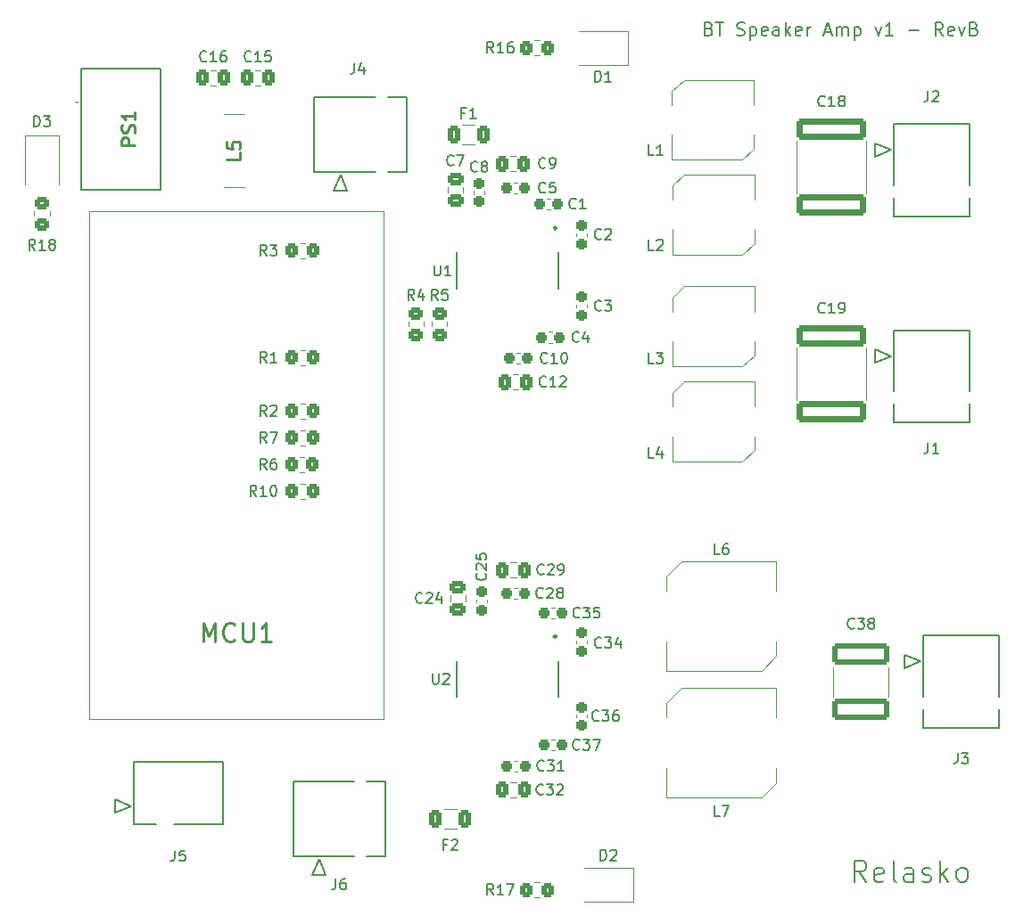
<source format=gto>
G04 #@! TF.GenerationSoftware,KiCad,Pcbnew,8.0.7-8.0.7-0~ubuntu22.04.1*
G04 #@! TF.CreationDate,2025-01-27T17:28:36+02:00*
G04 #@! TF.ProjectId,speaker_amp2,73706561-6b65-4725-9f61-6d70322e6b69,rev?*
G04 #@! TF.SameCoordinates,Original*
G04 #@! TF.FileFunction,Legend,Top*
G04 #@! TF.FilePolarity,Positive*
%FSLAX46Y46*%
G04 Gerber Fmt 4.6, Leading zero omitted, Abs format (unit mm)*
G04 Created by KiCad (PCBNEW 8.0.7-8.0.7-0~ubuntu22.04.1) date 2025-01-27 17:28:36*
%MOMM*%
%LPD*%
G01*
G04 APERTURE LIST*
G04 Aperture macros list*
%AMRoundRect*
0 Rectangle with rounded corners*
0 $1 Rounding radius*
0 $2 $3 $4 $5 $6 $7 $8 $9 X,Y pos of 4 corners*
0 Add a 4 corners polygon primitive as box body*
4,1,4,$2,$3,$4,$5,$6,$7,$8,$9,$2,$3,0*
0 Add four circle primitives for the rounded corners*
1,1,$1+$1,$2,$3*
1,1,$1+$1,$4,$5*
1,1,$1+$1,$6,$7*
1,1,$1+$1,$8,$9*
0 Add four rect primitives between the rounded corners*
20,1,$1+$1,$2,$3,$4,$5,0*
20,1,$1+$1,$4,$5,$6,$7,0*
20,1,$1+$1,$6,$7,$8,$9,0*
20,1,$1+$1,$8,$9,$2,$3,0*%
G04 Aperture macros list end*
%ADD10C,0.150000*%
%ADD11C,0.200000*%
%ADD12C,0.254000*%
%ADD13C,0.280000*%
%ADD14C,0.120000*%
%ADD15C,0.152400*%
%ADD16C,0.250000*%
%ADD17C,0.100000*%
%ADD18C,0.127000*%
%ADD19RoundRect,0.237500X0.300000X0.237500X-0.300000X0.237500X-0.300000X-0.237500X0.300000X-0.237500X0*%
%ADD20RoundRect,0.237500X0.237500X-0.300000X0.237500X0.300000X-0.237500X0.300000X-0.237500X-0.300000X0*%
%ADD21R,4.400000X3.400000*%
%ADD22RoundRect,0.250000X-0.337500X-0.475000X0.337500X-0.475000X0.337500X0.475000X-0.337500X0.475000X0*%
%ADD23R,2.600000X1.500000*%
%ADD24RoundRect,0.237500X-0.300000X-0.237500X0.300000X-0.237500X0.300000X0.237500X-0.300000X0.237500X0*%
%ADD25C,3.600000*%
%ADD26C,5.600000*%
%ADD27C,1.020000*%
%ADD28R,1.520000X1.520000*%
%ADD29C,1.520000*%
%ADD30RoundRect,0.250000X0.450000X-0.350000X0.450000X0.350000X-0.450000X0.350000X-0.450000X-0.350000X0*%
%ADD31RoundRect,0.250000X0.350000X0.450000X-0.350000X0.450000X-0.350000X-0.450000X0.350000X-0.450000X0*%
%ADD32R,0.212474X1.355433*%
%ADD33R,4.700001X2.899999*%
%ADD34R,3.600000X2.200000*%
%ADD35R,2.500000X7.500000*%
%ADD36R,1.500000X2.600000*%
%ADD37RoundRect,0.250000X0.375000X0.625000X-0.375000X0.625000X-0.375000X-0.625000X0.375000X-0.625000X0*%
%ADD38C,1.800000*%
%ADD39RoundRect,0.250000X0.337500X0.475000X-0.337500X0.475000X-0.337500X-0.475000X0.337500X-0.475000X0*%
%ADD40RoundRect,0.250000X-0.350000X-0.450000X0.350000X-0.450000X0.350000X0.450000X-0.350000X0.450000X0*%
%ADD41C,1.300000*%
%ADD42C,1.700000*%
%ADD43RoundRect,0.237500X-0.237500X0.300000X-0.237500X-0.300000X0.237500X-0.300000X0.237500X0.300000X0*%
%ADD44R,1.665000X1.665000*%
%ADD45C,1.665000*%
%ADD46RoundRect,0.277778X-3.022222X0.722222X-3.022222X-0.722222X3.022222X-0.722222X3.022222X0.722222X0*%
%ADD47RoundRect,0.249999X-2.450001X0.737501X-2.450001X-0.737501X2.450001X-0.737501X2.450001X0.737501X0*%
%ADD48RoundRect,0.250000X-0.475000X0.337500X-0.475000X-0.337500X0.475000X-0.337500X0.475000X0.337500X0*%
%ADD49RoundRect,0.250000X0.475000X-0.337500X0.475000X0.337500X-0.475000X0.337500X-0.475000X-0.337500X0*%
%ADD50R,1.600000X1.600000*%
%ADD51C,1.600000*%
G04 APERTURE END LIST*
D10*
X103812969Y-66684461D02*
X103991541Y-66743985D01*
X103991541Y-66743985D02*
X104051064Y-66803509D01*
X104051064Y-66803509D02*
X104110588Y-66922557D01*
X104110588Y-66922557D02*
X104110588Y-67101128D01*
X104110588Y-67101128D02*
X104051064Y-67220176D01*
X104051064Y-67220176D02*
X103991541Y-67279700D01*
X103991541Y-67279700D02*
X103872493Y-67339223D01*
X103872493Y-67339223D02*
X103396303Y-67339223D01*
X103396303Y-67339223D02*
X103396303Y-66089223D01*
X103396303Y-66089223D02*
X103812969Y-66089223D01*
X103812969Y-66089223D02*
X103932017Y-66148747D01*
X103932017Y-66148747D02*
X103991541Y-66208271D01*
X103991541Y-66208271D02*
X104051064Y-66327319D01*
X104051064Y-66327319D02*
X104051064Y-66446366D01*
X104051064Y-66446366D02*
X103991541Y-66565414D01*
X103991541Y-66565414D02*
X103932017Y-66624938D01*
X103932017Y-66624938D02*
X103812969Y-66684461D01*
X103812969Y-66684461D02*
X103396303Y-66684461D01*
X104467731Y-66089223D02*
X105182017Y-66089223D01*
X104824874Y-67339223D02*
X104824874Y-66089223D01*
X106491541Y-67279700D02*
X106670112Y-67339223D01*
X106670112Y-67339223D02*
X106967731Y-67339223D01*
X106967731Y-67339223D02*
X107086779Y-67279700D01*
X107086779Y-67279700D02*
X107146303Y-67220176D01*
X107146303Y-67220176D02*
X107205826Y-67101128D01*
X107205826Y-67101128D02*
X107205826Y-66982080D01*
X107205826Y-66982080D02*
X107146303Y-66863033D01*
X107146303Y-66863033D02*
X107086779Y-66803509D01*
X107086779Y-66803509D02*
X106967731Y-66743985D01*
X106967731Y-66743985D02*
X106729636Y-66684461D01*
X106729636Y-66684461D02*
X106610588Y-66624938D01*
X106610588Y-66624938D02*
X106551065Y-66565414D01*
X106551065Y-66565414D02*
X106491541Y-66446366D01*
X106491541Y-66446366D02*
X106491541Y-66327319D01*
X106491541Y-66327319D02*
X106551065Y-66208271D01*
X106551065Y-66208271D02*
X106610588Y-66148747D01*
X106610588Y-66148747D02*
X106729636Y-66089223D01*
X106729636Y-66089223D02*
X107027255Y-66089223D01*
X107027255Y-66089223D02*
X107205826Y-66148747D01*
X107741541Y-66505890D02*
X107741541Y-67755890D01*
X107741541Y-66565414D02*
X107860588Y-66505890D01*
X107860588Y-66505890D02*
X108098683Y-66505890D01*
X108098683Y-66505890D02*
X108217731Y-66565414D01*
X108217731Y-66565414D02*
X108277255Y-66624938D01*
X108277255Y-66624938D02*
X108336779Y-66743985D01*
X108336779Y-66743985D02*
X108336779Y-67101128D01*
X108336779Y-67101128D02*
X108277255Y-67220176D01*
X108277255Y-67220176D02*
X108217731Y-67279700D01*
X108217731Y-67279700D02*
X108098683Y-67339223D01*
X108098683Y-67339223D02*
X107860588Y-67339223D01*
X107860588Y-67339223D02*
X107741541Y-67279700D01*
X109348683Y-67279700D02*
X109229635Y-67339223D01*
X109229635Y-67339223D02*
X108991540Y-67339223D01*
X108991540Y-67339223D02*
X108872493Y-67279700D01*
X108872493Y-67279700D02*
X108812969Y-67160652D01*
X108812969Y-67160652D02*
X108812969Y-66684461D01*
X108812969Y-66684461D02*
X108872493Y-66565414D01*
X108872493Y-66565414D02*
X108991540Y-66505890D01*
X108991540Y-66505890D02*
X109229635Y-66505890D01*
X109229635Y-66505890D02*
X109348683Y-66565414D01*
X109348683Y-66565414D02*
X109408207Y-66684461D01*
X109408207Y-66684461D02*
X109408207Y-66803509D01*
X109408207Y-66803509D02*
X108812969Y-66922557D01*
X110479636Y-67339223D02*
X110479636Y-66684461D01*
X110479636Y-66684461D02*
X110420112Y-66565414D01*
X110420112Y-66565414D02*
X110301064Y-66505890D01*
X110301064Y-66505890D02*
X110062969Y-66505890D01*
X110062969Y-66505890D02*
X109943922Y-66565414D01*
X110479636Y-67279700D02*
X110360588Y-67339223D01*
X110360588Y-67339223D02*
X110062969Y-67339223D01*
X110062969Y-67339223D02*
X109943922Y-67279700D01*
X109943922Y-67279700D02*
X109884398Y-67160652D01*
X109884398Y-67160652D02*
X109884398Y-67041604D01*
X109884398Y-67041604D02*
X109943922Y-66922557D01*
X109943922Y-66922557D02*
X110062969Y-66863033D01*
X110062969Y-66863033D02*
X110360588Y-66863033D01*
X110360588Y-66863033D02*
X110479636Y-66803509D01*
X111074874Y-67339223D02*
X111074874Y-66089223D01*
X111193921Y-66863033D02*
X111551064Y-67339223D01*
X111551064Y-66505890D02*
X111074874Y-66982080D01*
X112562969Y-67279700D02*
X112443921Y-67339223D01*
X112443921Y-67339223D02*
X112205826Y-67339223D01*
X112205826Y-67339223D02*
X112086779Y-67279700D01*
X112086779Y-67279700D02*
X112027255Y-67160652D01*
X112027255Y-67160652D02*
X112027255Y-66684461D01*
X112027255Y-66684461D02*
X112086779Y-66565414D01*
X112086779Y-66565414D02*
X112205826Y-66505890D01*
X112205826Y-66505890D02*
X112443921Y-66505890D01*
X112443921Y-66505890D02*
X112562969Y-66565414D01*
X112562969Y-66565414D02*
X112622493Y-66684461D01*
X112622493Y-66684461D02*
X112622493Y-66803509D01*
X112622493Y-66803509D02*
X112027255Y-66922557D01*
X113158208Y-67339223D02*
X113158208Y-66505890D01*
X113158208Y-66743985D02*
X113217731Y-66624938D01*
X113217731Y-66624938D02*
X113277255Y-66565414D01*
X113277255Y-66565414D02*
X113396303Y-66505890D01*
X113396303Y-66505890D02*
X113515350Y-66505890D01*
X114824875Y-66982080D02*
X115420113Y-66982080D01*
X114705827Y-67339223D02*
X115122494Y-66089223D01*
X115122494Y-66089223D02*
X115539160Y-67339223D01*
X115955828Y-67339223D02*
X115955828Y-66505890D01*
X115955828Y-66624938D02*
X116015351Y-66565414D01*
X116015351Y-66565414D02*
X116134399Y-66505890D01*
X116134399Y-66505890D02*
X116312970Y-66505890D01*
X116312970Y-66505890D02*
X116432018Y-66565414D01*
X116432018Y-66565414D02*
X116491542Y-66684461D01*
X116491542Y-66684461D02*
X116491542Y-67339223D01*
X116491542Y-66684461D02*
X116551066Y-66565414D01*
X116551066Y-66565414D02*
X116670113Y-66505890D01*
X116670113Y-66505890D02*
X116848685Y-66505890D01*
X116848685Y-66505890D02*
X116967732Y-66565414D01*
X116967732Y-66565414D02*
X117027256Y-66684461D01*
X117027256Y-66684461D02*
X117027256Y-67339223D01*
X117622495Y-66505890D02*
X117622495Y-67755890D01*
X117622495Y-66565414D02*
X117741542Y-66505890D01*
X117741542Y-66505890D02*
X117979637Y-66505890D01*
X117979637Y-66505890D02*
X118098685Y-66565414D01*
X118098685Y-66565414D02*
X118158209Y-66624938D01*
X118158209Y-66624938D02*
X118217733Y-66743985D01*
X118217733Y-66743985D02*
X118217733Y-67101128D01*
X118217733Y-67101128D02*
X118158209Y-67220176D01*
X118158209Y-67220176D02*
X118098685Y-67279700D01*
X118098685Y-67279700D02*
X117979637Y-67339223D01*
X117979637Y-67339223D02*
X117741542Y-67339223D01*
X117741542Y-67339223D02*
X117622495Y-67279700D01*
X119586780Y-66505890D02*
X119884399Y-67339223D01*
X119884399Y-67339223D02*
X120182018Y-66505890D01*
X121312970Y-67339223D02*
X120598685Y-67339223D01*
X120955828Y-67339223D02*
X120955828Y-66089223D01*
X120955828Y-66089223D02*
X120836780Y-66267795D01*
X120836780Y-66267795D02*
X120717732Y-66386842D01*
X120717732Y-66386842D02*
X120598685Y-66446366D01*
X122801066Y-66863033D02*
X123753447Y-66863033D01*
X126015351Y-67339223D02*
X125598685Y-66743985D01*
X125301066Y-67339223D02*
X125301066Y-66089223D01*
X125301066Y-66089223D02*
X125777256Y-66089223D01*
X125777256Y-66089223D02*
X125896304Y-66148747D01*
X125896304Y-66148747D02*
X125955827Y-66208271D01*
X125955827Y-66208271D02*
X126015351Y-66327319D01*
X126015351Y-66327319D02*
X126015351Y-66505890D01*
X126015351Y-66505890D02*
X125955827Y-66624938D01*
X125955827Y-66624938D02*
X125896304Y-66684461D01*
X125896304Y-66684461D02*
X125777256Y-66743985D01*
X125777256Y-66743985D02*
X125301066Y-66743985D01*
X127027256Y-67279700D02*
X126908208Y-67339223D01*
X126908208Y-67339223D02*
X126670113Y-67339223D01*
X126670113Y-67339223D02*
X126551066Y-67279700D01*
X126551066Y-67279700D02*
X126491542Y-67160652D01*
X126491542Y-67160652D02*
X126491542Y-66684461D01*
X126491542Y-66684461D02*
X126551066Y-66565414D01*
X126551066Y-66565414D02*
X126670113Y-66505890D01*
X126670113Y-66505890D02*
X126908208Y-66505890D01*
X126908208Y-66505890D02*
X127027256Y-66565414D01*
X127027256Y-66565414D02*
X127086780Y-66684461D01*
X127086780Y-66684461D02*
X127086780Y-66803509D01*
X127086780Y-66803509D02*
X126491542Y-66922557D01*
X127503447Y-66505890D02*
X127801066Y-67339223D01*
X127801066Y-67339223D02*
X128098685Y-66505890D01*
X128991542Y-66684461D02*
X129170114Y-66743985D01*
X129170114Y-66743985D02*
X129229637Y-66803509D01*
X129229637Y-66803509D02*
X129289161Y-66922557D01*
X129289161Y-66922557D02*
X129289161Y-67101128D01*
X129289161Y-67101128D02*
X129229637Y-67220176D01*
X129229637Y-67220176D02*
X129170114Y-67279700D01*
X129170114Y-67279700D02*
X129051066Y-67339223D01*
X129051066Y-67339223D02*
X128574876Y-67339223D01*
X128574876Y-67339223D02*
X128574876Y-66089223D01*
X128574876Y-66089223D02*
X128991542Y-66089223D01*
X128991542Y-66089223D02*
X129110590Y-66148747D01*
X129110590Y-66148747D02*
X129170114Y-66208271D01*
X129170114Y-66208271D02*
X129229637Y-66327319D01*
X129229637Y-66327319D02*
X129229637Y-66446366D01*
X129229637Y-66446366D02*
X129170114Y-66565414D01*
X129170114Y-66565414D02*
X129110590Y-66624938D01*
X129110590Y-66624938D02*
X128991542Y-66684461D01*
X128991542Y-66684461D02*
X128574876Y-66684461D01*
D11*
X118750625Y-147744838D02*
X118083958Y-146792457D01*
X117607768Y-147744838D02*
X117607768Y-145744838D01*
X117607768Y-145744838D02*
X118369673Y-145744838D01*
X118369673Y-145744838D02*
X118560149Y-145840076D01*
X118560149Y-145840076D02*
X118655387Y-145935314D01*
X118655387Y-145935314D02*
X118750625Y-146125790D01*
X118750625Y-146125790D02*
X118750625Y-146411504D01*
X118750625Y-146411504D02*
X118655387Y-146601980D01*
X118655387Y-146601980D02*
X118560149Y-146697219D01*
X118560149Y-146697219D02*
X118369673Y-146792457D01*
X118369673Y-146792457D02*
X117607768Y-146792457D01*
X120369673Y-147649600D02*
X120179197Y-147744838D01*
X120179197Y-147744838D02*
X119798244Y-147744838D01*
X119798244Y-147744838D02*
X119607768Y-147649600D01*
X119607768Y-147649600D02*
X119512530Y-147459123D01*
X119512530Y-147459123D02*
X119512530Y-146697219D01*
X119512530Y-146697219D02*
X119607768Y-146506742D01*
X119607768Y-146506742D02*
X119798244Y-146411504D01*
X119798244Y-146411504D02*
X120179197Y-146411504D01*
X120179197Y-146411504D02*
X120369673Y-146506742D01*
X120369673Y-146506742D02*
X120464911Y-146697219D01*
X120464911Y-146697219D02*
X120464911Y-146887695D01*
X120464911Y-146887695D02*
X119512530Y-147078171D01*
X121607768Y-147744838D02*
X121417292Y-147649600D01*
X121417292Y-147649600D02*
X121322054Y-147459123D01*
X121322054Y-147459123D02*
X121322054Y-145744838D01*
X123226816Y-147744838D02*
X123226816Y-146697219D01*
X123226816Y-146697219D02*
X123131578Y-146506742D01*
X123131578Y-146506742D02*
X122941102Y-146411504D01*
X122941102Y-146411504D02*
X122560149Y-146411504D01*
X122560149Y-146411504D02*
X122369673Y-146506742D01*
X123226816Y-147649600D02*
X123036340Y-147744838D01*
X123036340Y-147744838D02*
X122560149Y-147744838D01*
X122560149Y-147744838D02*
X122369673Y-147649600D01*
X122369673Y-147649600D02*
X122274435Y-147459123D01*
X122274435Y-147459123D02*
X122274435Y-147268647D01*
X122274435Y-147268647D02*
X122369673Y-147078171D01*
X122369673Y-147078171D02*
X122560149Y-146982933D01*
X122560149Y-146982933D02*
X123036340Y-146982933D01*
X123036340Y-146982933D02*
X123226816Y-146887695D01*
X124083959Y-147649600D02*
X124274435Y-147744838D01*
X124274435Y-147744838D02*
X124655387Y-147744838D01*
X124655387Y-147744838D02*
X124845864Y-147649600D01*
X124845864Y-147649600D02*
X124941102Y-147459123D01*
X124941102Y-147459123D02*
X124941102Y-147363885D01*
X124941102Y-147363885D02*
X124845864Y-147173409D01*
X124845864Y-147173409D02*
X124655387Y-147078171D01*
X124655387Y-147078171D02*
X124369673Y-147078171D01*
X124369673Y-147078171D02*
X124179197Y-146982933D01*
X124179197Y-146982933D02*
X124083959Y-146792457D01*
X124083959Y-146792457D02*
X124083959Y-146697219D01*
X124083959Y-146697219D02*
X124179197Y-146506742D01*
X124179197Y-146506742D02*
X124369673Y-146411504D01*
X124369673Y-146411504D02*
X124655387Y-146411504D01*
X124655387Y-146411504D02*
X124845864Y-146506742D01*
X125798245Y-147744838D02*
X125798245Y-145744838D01*
X125988721Y-146982933D02*
X126560150Y-147744838D01*
X126560150Y-146411504D02*
X125798245Y-147173409D01*
X127703007Y-147744838D02*
X127512531Y-147649600D01*
X127512531Y-147649600D02*
X127417293Y-147554361D01*
X127417293Y-147554361D02*
X127322055Y-147363885D01*
X127322055Y-147363885D02*
X127322055Y-146792457D01*
X127322055Y-146792457D02*
X127417293Y-146601980D01*
X127417293Y-146601980D02*
X127512531Y-146506742D01*
X127512531Y-146506742D02*
X127703007Y-146411504D01*
X127703007Y-146411504D02*
X127988722Y-146411504D01*
X127988722Y-146411504D02*
X128179198Y-146506742D01*
X128179198Y-146506742D02*
X128274436Y-146601980D01*
X128274436Y-146601980D02*
X128369674Y-146792457D01*
X128369674Y-146792457D02*
X128369674Y-147363885D01*
X128369674Y-147363885D02*
X128274436Y-147554361D01*
X128274436Y-147554361D02*
X128179198Y-147649600D01*
X128179198Y-147649600D02*
X127988722Y-147744838D01*
X127988722Y-147744838D02*
X127703007Y-147744838D01*
D10*
X91183333Y-83709580D02*
X91135714Y-83757200D01*
X91135714Y-83757200D02*
X90992857Y-83804819D01*
X90992857Y-83804819D02*
X90897619Y-83804819D01*
X90897619Y-83804819D02*
X90754762Y-83757200D01*
X90754762Y-83757200D02*
X90659524Y-83661961D01*
X90659524Y-83661961D02*
X90611905Y-83566723D01*
X90611905Y-83566723D02*
X90564286Y-83376247D01*
X90564286Y-83376247D02*
X90564286Y-83233390D01*
X90564286Y-83233390D02*
X90611905Y-83042914D01*
X90611905Y-83042914D02*
X90659524Y-82947676D01*
X90659524Y-82947676D02*
X90754762Y-82852438D01*
X90754762Y-82852438D02*
X90897619Y-82804819D01*
X90897619Y-82804819D02*
X90992857Y-82804819D01*
X90992857Y-82804819D02*
X91135714Y-82852438D01*
X91135714Y-82852438D02*
X91183333Y-82900057D01*
X92135714Y-83804819D02*
X91564286Y-83804819D01*
X91850000Y-83804819D02*
X91850000Y-82804819D01*
X91850000Y-82804819D02*
X91754762Y-82947676D01*
X91754762Y-82947676D02*
X91659524Y-83042914D01*
X91659524Y-83042914D02*
X91564286Y-83090533D01*
X91470833Y-96359580D02*
X91423214Y-96407200D01*
X91423214Y-96407200D02*
X91280357Y-96454819D01*
X91280357Y-96454819D02*
X91185119Y-96454819D01*
X91185119Y-96454819D02*
X91042262Y-96407200D01*
X91042262Y-96407200D02*
X90947024Y-96311961D01*
X90947024Y-96311961D02*
X90899405Y-96216723D01*
X90899405Y-96216723D02*
X90851786Y-96026247D01*
X90851786Y-96026247D02*
X90851786Y-95883390D01*
X90851786Y-95883390D02*
X90899405Y-95692914D01*
X90899405Y-95692914D02*
X90947024Y-95597676D01*
X90947024Y-95597676D02*
X91042262Y-95502438D01*
X91042262Y-95502438D02*
X91185119Y-95454819D01*
X91185119Y-95454819D02*
X91280357Y-95454819D01*
X91280357Y-95454819D02*
X91423214Y-95502438D01*
X91423214Y-95502438D02*
X91470833Y-95550057D01*
X92327976Y-95788152D02*
X92327976Y-96454819D01*
X92089881Y-95407200D02*
X91851786Y-96121485D01*
X91851786Y-96121485D02*
X92470833Y-96121485D01*
X93357142Y-132359580D02*
X93309523Y-132407200D01*
X93309523Y-132407200D02*
X93166666Y-132454819D01*
X93166666Y-132454819D02*
X93071428Y-132454819D01*
X93071428Y-132454819D02*
X92928571Y-132407200D01*
X92928571Y-132407200D02*
X92833333Y-132311961D01*
X92833333Y-132311961D02*
X92785714Y-132216723D01*
X92785714Y-132216723D02*
X92738095Y-132026247D01*
X92738095Y-132026247D02*
X92738095Y-131883390D01*
X92738095Y-131883390D02*
X92785714Y-131692914D01*
X92785714Y-131692914D02*
X92833333Y-131597676D01*
X92833333Y-131597676D02*
X92928571Y-131502438D01*
X92928571Y-131502438D02*
X93071428Y-131454819D01*
X93071428Y-131454819D02*
X93166666Y-131454819D01*
X93166666Y-131454819D02*
X93309523Y-131502438D01*
X93309523Y-131502438D02*
X93357142Y-131550057D01*
X93690476Y-131454819D02*
X94309523Y-131454819D01*
X94309523Y-131454819D02*
X93976190Y-131835771D01*
X93976190Y-131835771D02*
X94119047Y-131835771D01*
X94119047Y-131835771D02*
X94214285Y-131883390D01*
X94214285Y-131883390D02*
X94261904Y-131931009D01*
X94261904Y-131931009D02*
X94309523Y-132026247D01*
X94309523Y-132026247D02*
X94309523Y-132264342D01*
X94309523Y-132264342D02*
X94261904Y-132359580D01*
X94261904Y-132359580D02*
X94214285Y-132407200D01*
X94214285Y-132407200D02*
X94119047Y-132454819D01*
X94119047Y-132454819D02*
X93833333Y-132454819D01*
X93833333Y-132454819D02*
X93738095Y-132407200D01*
X93738095Y-132407200D02*
X93690476Y-132359580D01*
X95166666Y-131454819D02*
X94976190Y-131454819D01*
X94976190Y-131454819D02*
X94880952Y-131502438D01*
X94880952Y-131502438D02*
X94833333Y-131550057D01*
X94833333Y-131550057D02*
X94738095Y-131692914D01*
X94738095Y-131692914D02*
X94690476Y-131883390D01*
X94690476Y-131883390D02*
X94690476Y-132264342D01*
X94690476Y-132264342D02*
X94738095Y-132359580D01*
X94738095Y-132359580D02*
X94785714Y-132407200D01*
X94785714Y-132407200D02*
X94880952Y-132454819D01*
X94880952Y-132454819D02*
X95071428Y-132454819D01*
X95071428Y-132454819D02*
X95166666Y-132407200D01*
X95166666Y-132407200D02*
X95214285Y-132359580D01*
X95214285Y-132359580D02*
X95261904Y-132264342D01*
X95261904Y-132264342D02*
X95261904Y-132026247D01*
X95261904Y-132026247D02*
X95214285Y-131931009D01*
X95214285Y-131931009D02*
X95166666Y-131883390D01*
X95166666Y-131883390D02*
X95071428Y-131835771D01*
X95071428Y-131835771D02*
X94880952Y-131835771D01*
X94880952Y-131835771D02*
X94785714Y-131883390D01*
X94785714Y-131883390D02*
X94738095Y-131931009D01*
X94738095Y-131931009D02*
X94690476Y-132026247D01*
X104833333Y-116604819D02*
X104357143Y-116604819D01*
X104357143Y-116604819D02*
X104357143Y-115604819D01*
X105595238Y-115604819D02*
X105404762Y-115604819D01*
X105404762Y-115604819D02*
X105309524Y-115652438D01*
X105309524Y-115652438D02*
X105261905Y-115700057D01*
X105261905Y-115700057D02*
X105166667Y-115842914D01*
X105166667Y-115842914D02*
X105119048Y-116033390D01*
X105119048Y-116033390D02*
X105119048Y-116414342D01*
X105119048Y-116414342D02*
X105166667Y-116509580D01*
X105166667Y-116509580D02*
X105214286Y-116557200D01*
X105214286Y-116557200D02*
X105309524Y-116604819D01*
X105309524Y-116604819D02*
X105500000Y-116604819D01*
X105500000Y-116604819D02*
X105595238Y-116557200D01*
X105595238Y-116557200D02*
X105642857Y-116509580D01*
X105642857Y-116509580D02*
X105690476Y-116414342D01*
X105690476Y-116414342D02*
X105690476Y-116176247D01*
X105690476Y-116176247D02*
X105642857Y-116081009D01*
X105642857Y-116081009D02*
X105595238Y-116033390D01*
X105595238Y-116033390D02*
X105500000Y-115985771D01*
X105500000Y-115985771D02*
X105309524Y-115985771D01*
X105309524Y-115985771D02*
X105214286Y-116033390D01*
X105214286Y-116033390D02*
X105166667Y-116081009D01*
X105166667Y-116081009D02*
X105119048Y-116176247D01*
X60357142Y-69709580D02*
X60309523Y-69757200D01*
X60309523Y-69757200D02*
X60166666Y-69804819D01*
X60166666Y-69804819D02*
X60071428Y-69804819D01*
X60071428Y-69804819D02*
X59928571Y-69757200D01*
X59928571Y-69757200D02*
X59833333Y-69661961D01*
X59833333Y-69661961D02*
X59785714Y-69566723D01*
X59785714Y-69566723D02*
X59738095Y-69376247D01*
X59738095Y-69376247D02*
X59738095Y-69233390D01*
X59738095Y-69233390D02*
X59785714Y-69042914D01*
X59785714Y-69042914D02*
X59833333Y-68947676D01*
X59833333Y-68947676D02*
X59928571Y-68852438D01*
X59928571Y-68852438D02*
X60071428Y-68804819D01*
X60071428Y-68804819D02*
X60166666Y-68804819D01*
X60166666Y-68804819D02*
X60309523Y-68852438D01*
X60309523Y-68852438D02*
X60357142Y-68900057D01*
X61309523Y-69804819D02*
X60738095Y-69804819D01*
X61023809Y-69804819D02*
X61023809Y-68804819D01*
X61023809Y-68804819D02*
X60928571Y-68947676D01*
X60928571Y-68947676D02*
X60833333Y-69042914D01*
X60833333Y-69042914D02*
X60738095Y-69090533D01*
X62214285Y-68804819D02*
X61738095Y-68804819D01*
X61738095Y-68804819D02*
X61690476Y-69281009D01*
X61690476Y-69281009D02*
X61738095Y-69233390D01*
X61738095Y-69233390D02*
X61833333Y-69185771D01*
X61833333Y-69185771D02*
X62071428Y-69185771D01*
X62071428Y-69185771D02*
X62166666Y-69233390D01*
X62166666Y-69233390D02*
X62214285Y-69281009D01*
X62214285Y-69281009D02*
X62261904Y-69376247D01*
X62261904Y-69376247D02*
X62261904Y-69614342D01*
X62261904Y-69614342D02*
X62214285Y-69709580D01*
X62214285Y-69709580D02*
X62166666Y-69757200D01*
X62166666Y-69757200D02*
X62071428Y-69804819D01*
X62071428Y-69804819D02*
X61833333Y-69804819D01*
X61833333Y-69804819D02*
X61738095Y-69757200D01*
X61738095Y-69757200D02*
X61690476Y-69709580D01*
X93607142Y-125422080D02*
X93559523Y-125469700D01*
X93559523Y-125469700D02*
X93416666Y-125517319D01*
X93416666Y-125517319D02*
X93321428Y-125517319D01*
X93321428Y-125517319D02*
X93178571Y-125469700D01*
X93178571Y-125469700D02*
X93083333Y-125374461D01*
X93083333Y-125374461D02*
X93035714Y-125279223D01*
X93035714Y-125279223D02*
X92988095Y-125088747D01*
X92988095Y-125088747D02*
X92988095Y-124945890D01*
X92988095Y-124945890D02*
X93035714Y-124755414D01*
X93035714Y-124755414D02*
X93083333Y-124660176D01*
X93083333Y-124660176D02*
X93178571Y-124564938D01*
X93178571Y-124564938D02*
X93321428Y-124517319D01*
X93321428Y-124517319D02*
X93416666Y-124517319D01*
X93416666Y-124517319D02*
X93559523Y-124564938D01*
X93559523Y-124564938D02*
X93607142Y-124612557D01*
X93940476Y-124517319D02*
X94559523Y-124517319D01*
X94559523Y-124517319D02*
X94226190Y-124898271D01*
X94226190Y-124898271D02*
X94369047Y-124898271D01*
X94369047Y-124898271D02*
X94464285Y-124945890D01*
X94464285Y-124945890D02*
X94511904Y-124993509D01*
X94511904Y-124993509D02*
X94559523Y-125088747D01*
X94559523Y-125088747D02*
X94559523Y-125326842D01*
X94559523Y-125326842D02*
X94511904Y-125422080D01*
X94511904Y-125422080D02*
X94464285Y-125469700D01*
X94464285Y-125469700D02*
X94369047Y-125517319D01*
X94369047Y-125517319D02*
X94083333Y-125517319D01*
X94083333Y-125517319D02*
X93988095Y-125469700D01*
X93988095Y-125469700D02*
X93940476Y-125422080D01*
X95416666Y-124850652D02*
X95416666Y-125517319D01*
X95178571Y-124469700D02*
X94940476Y-125183985D01*
X94940476Y-125183985D02*
X95559523Y-125183985D01*
X39761905Y-75954819D02*
X39761905Y-74954819D01*
X39761905Y-74954819D02*
X40000000Y-74954819D01*
X40000000Y-74954819D02*
X40142857Y-75002438D01*
X40142857Y-75002438D02*
X40238095Y-75097676D01*
X40238095Y-75097676D02*
X40285714Y-75192914D01*
X40285714Y-75192914D02*
X40333333Y-75383390D01*
X40333333Y-75383390D02*
X40333333Y-75526247D01*
X40333333Y-75526247D02*
X40285714Y-75716723D01*
X40285714Y-75716723D02*
X40238095Y-75811961D01*
X40238095Y-75811961D02*
X40142857Y-75907200D01*
X40142857Y-75907200D02*
X40000000Y-75954819D01*
X40000000Y-75954819D02*
X39761905Y-75954819D01*
X40666667Y-74954819D02*
X41285714Y-74954819D01*
X41285714Y-74954819D02*
X40952381Y-75335771D01*
X40952381Y-75335771D02*
X41095238Y-75335771D01*
X41095238Y-75335771D02*
X41190476Y-75383390D01*
X41190476Y-75383390D02*
X41238095Y-75431009D01*
X41238095Y-75431009D02*
X41285714Y-75526247D01*
X41285714Y-75526247D02*
X41285714Y-75764342D01*
X41285714Y-75764342D02*
X41238095Y-75859580D01*
X41238095Y-75859580D02*
X41190476Y-75907200D01*
X41190476Y-75907200D02*
X41095238Y-75954819D01*
X41095238Y-75954819D02*
X40809524Y-75954819D01*
X40809524Y-75954819D02*
X40714286Y-75907200D01*
X40714286Y-75907200D02*
X40666667Y-75859580D01*
X91557142Y-122559580D02*
X91509523Y-122607200D01*
X91509523Y-122607200D02*
X91366666Y-122654819D01*
X91366666Y-122654819D02*
X91271428Y-122654819D01*
X91271428Y-122654819D02*
X91128571Y-122607200D01*
X91128571Y-122607200D02*
X91033333Y-122511961D01*
X91033333Y-122511961D02*
X90985714Y-122416723D01*
X90985714Y-122416723D02*
X90938095Y-122226247D01*
X90938095Y-122226247D02*
X90938095Y-122083390D01*
X90938095Y-122083390D02*
X90985714Y-121892914D01*
X90985714Y-121892914D02*
X91033333Y-121797676D01*
X91033333Y-121797676D02*
X91128571Y-121702438D01*
X91128571Y-121702438D02*
X91271428Y-121654819D01*
X91271428Y-121654819D02*
X91366666Y-121654819D01*
X91366666Y-121654819D02*
X91509523Y-121702438D01*
X91509523Y-121702438D02*
X91557142Y-121750057D01*
X91890476Y-121654819D02*
X92509523Y-121654819D01*
X92509523Y-121654819D02*
X92176190Y-122035771D01*
X92176190Y-122035771D02*
X92319047Y-122035771D01*
X92319047Y-122035771D02*
X92414285Y-122083390D01*
X92414285Y-122083390D02*
X92461904Y-122131009D01*
X92461904Y-122131009D02*
X92509523Y-122226247D01*
X92509523Y-122226247D02*
X92509523Y-122464342D01*
X92509523Y-122464342D02*
X92461904Y-122559580D01*
X92461904Y-122559580D02*
X92414285Y-122607200D01*
X92414285Y-122607200D02*
X92319047Y-122654819D01*
X92319047Y-122654819D02*
X92033333Y-122654819D01*
X92033333Y-122654819D02*
X91938095Y-122607200D01*
X91938095Y-122607200D02*
X91890476Y-122559580D01*
X93414285Y-121654819D02*
X92938095Y-121654819D01*
X92938095Y-121654819D02*
X92890476Y-122131009D01*
X92890476Y-122131009D02*
X92938095Y-122083390D01*
X92938095Y-122083390D02*
X93033333Y-122035771D01*
X93033333Y-122035771D02*
X93271428Y-122035771D01*
X93271428Y-122035771D02*
X93366666Y-122083390D01*
X93366666Y-122083390D02*
X93414285Y-122131009D01*
X93414285Y-122131009D02*
X93461904Y-122226247D01*
X93461904Y-122226247D02*
X93461904Y-122464342D01*
X93461904Y-122464342D02*
X93414285Y-122559580D01*
X93414285Y-122559580D02*
X93366666Y-122607200D01*
X93366666Y-122607200D02*
X93271428Y-122654819D01*
X93271428Y-122654819D02*
X93033333Y-122654819D01*
X93033333Y-122654819D02*
X92938095Y-122607200D01*
X92938095Y-122607200D02*
X92890476Y-122559580D01*
X93583333Y-86609580D02*
X93535714Y-86657200D01*
X93535714Y-86657200D02*
X93392857Y-86704819D01*
X93392857Y-86704819D02*
X93297619Y-86704819D01*
X93297619Y-86704819D02*
X93154762Y-86657200D01*
X93154762Y-86657200D02*
X93059524Y-86561961D01*
X93059524Y-86561961D02*
X93011905Y-86466723D01*
X93011905Y-86466723D02*
X92964286Y-86276247D01*
X92964286Y-86276247D02*
X92964286Y-86133390D01*
X92964286Y-86133390D02*
X93011905Y-85942914D01*
X93011905Y-85942914D02*
X93059524Y-85847676D01*
X93059524Y-85847676D02*
X93154762Y-85752438D01*
X93154762Y-85752438D02*
X93297619Y-85704819D01*
X93297619Y-85704819D02*
X93392857Y-85704819D01*
X93392857Y-85704819D02*
X93535714Y-85752438D01*
X93535714Y-85752438D02*
X93583333Y-85800057D01*
X93964286Y-85800057D02*
X94011905Y-85752438D01*
X94011905Y-85752438D02*
X94107143Y-85704819D01*
X94107143Y-85704819D02*
X94345238Y-85704819D01*
X94345238Y-85704819D02*
X94440476Y-85752438D01*
X94440476Y-85752438D02*
X94488095Y-85800057D01*
X94488095Y-85800057D02*
X94535714Y-85895295D01*
X94535714Y-85895295D02*
X94535714Y-85990533D01*
X94535714Y-85990533D02*
X94488095Y-86133390D01*
X94488095Y-86133390D02*
X93916667Y-86704819D01*
X93916667Y-86704819D02*
X94535714Y-86704819D01*
X82609580Y-118442857D02*
X82657200Y-118490476D01*
X82657200Y-118490476D02*
X82704819Y-118633333D01*
X82704819Y-118633333D02*
X82704819Y-118728571D01*
X82704819Y-118728571D02*
X82657200Y-118871428D01*
X82657200Y-118871428D02*
X82561961Y-118966666D01*
X82561961Y-118966666D02*
X82466723Y-119014285D01*
X82466723Y-119014285D02*
X82276247Y-119061904D01*
X82276247Y-119061904D02*
X82133390Y-119061904D01*
X82133390Y-119061904D02*
X81942914Y-119014285D01*
X81942914Y-119014285D02*
X81847676Y-118966666D01*
X81847676Y-118966666D02*
X81752438Y-118871428D01*
X81752438Y-118871428D02*
X81704819Y-118728571D01*
X81704819Y-118728571D02*
X81704819Y-118633333D01*
X81704819Y-118633333D02*
X81752438Y-118490476D01*
X81752438Y-118490476D02*
X81800057Y-118442857D01*
X81800057Y-118061904D02*
X81752438Y-118014285D01*
X81752438Y-118014285D02*
X81704819Y-117919047D01*
X81704819Y-117919047D02*
X81704819Y-117680952D01*
X81704819Y-117680952D02*
X81752438Y-117585714D01*
X81752438Y-117585714D02*
X81800057Y-117538095D01*
X81800057Y-117538095D02*
X81895295Y-117490476D01*
X81895295Y-117490476D02*
X81990533Y-117490476D01*
X81990533Y-117490476D02*
X82133390Y-117538095D01*
X82133390Y-117538095D02*
X82704819Y-118109523D01*
X82704819Y-118109523D02*
X82704819Y-117490476D01*
X81704819Y-116585714D02*
X81704819Y-117061904D01*
X81704819Y-117061904D02*
X82181009Y-117109523D01*
X82181009Y-117109523D02*
X82133390Y-117061904D01*
X82133390Y-117061904D02*
X82085771Y-116966666D01*
X82085771Y-116966666D02*
X82085771Y-116728571D01*
X82085771Y-116728571D02*
X82133390Y-116633333D01*
X82133390Y-116633333D02*
X82181009Y-116585714D01*
X82181009Y-116585714D02*
X82276247Y-116538095D01*
X82276247Y-116538095D02*
X82514342Y-116538095D01*
X82514342Y-116538095D02*
X82609580Y-116585714D01*
X82609580Y-116585714D02*
X82657200Y-116633333D01*
X82657200Y-116633333D02*
X82704819Y-116728571D01*
X82704819Y-116728571D02*
X82704819Y-116966666D01*
X82704819Y-116966666D02*
X82657200Y-117061904D01*
X82657200Y-117061904D02*
X82609580Y-117109523D01*
X88295834Y-82184964D02*
X88248215Y-82232584D01*
X88248215Y-82232584D02*
X88105358Y-82280203D01*
X88105358Y-82280203D02*
X88010120Y-82280203D01*
X88010120Y-82280203D02*
X87867263Y-82232584D01*
X87867263Y-82232584D02*
X87772025Y-82137345D01*
X87772025Y-82137345D02*
X87724406Y-82042107D01*
X87724406Y-82042107D02*
X87676787Y-81851631D01*
X87676787Y-81851631D02*
X87676787Y-81708774D01*
X87676787Y-81708774D02*
X87724406Y-81518298D01*
X87724406Y-81518298D02*
X87772025Y-81423060D01*
X87772025Y-81423060D02*
X87867263Y-81327822D01*
X87867263Y-81327822D02*
X88010120Y-81280203D01*
X88010120Y-81280203D02*
X88105358Y-81280203D01*
X88105358Y-81280203D02*
X88248215Y-81327822D01*
X88248215Y-81327822D02*
X88295834Y-81375441D01*
X89200596Y-81280203D02*
X88724406Y-81280203D01*
X88724406Y-81280203D02*
X88676787Y-81756393D01*
X88676787Y-81756393D02*
X88724406Y-81708774D01*
X88724406Y-81708774D02*
X88819644Y-81661155D01*
X88819644Y-81661155D02*
X89057739Y-81661155D01*
X89057739Y-81661155D02*
X89152977Y-81708774D01*
X89152977Y-81708774D02*
X89200596Y-81756393D01*
X89200596Y-81756393D02*
X89248215Y-81851631D01*
X89248215Y-81851631D02*
X89248215Y-82089726D01*
X89248215Y-82089726D02*
X89200596Y-82184964D01*
X89200596Y-82184964D02*
X89152977Y-82232584D01*
X89152977Y-82232584D02*
X89057739Y-82280203D01*
X89057739Y-82280203D02*
X88819644Y-82280203D01*
X88819644Y-82280203D02*
X88724406Y-82232584D01*
X88724406Y-82232584D02*
X88676787Y-82184964D01*
X88057142Y-120709580D02*
X88009523Y-120757200D01*
X88009523Y-120757200D02*
X87866666Y-120804819D01*
X87866666Y-120804819D02*
X87771428Y-120804819D01*
X87771428Y-120804819D02*
X87628571Y-120757200D01*
X87628571Y-120757200D02*
X87533333Y-120661961D01*
X87533333Y-120661961D02*
X87485714Y-120566723D01*
X87485714Y-120566723D02*
X87438095Y-120376247D01*
X87438095Y-120376247D02*
X87438095Y-120233390D01*
X87438095Y-120233390D02*
X87485714Y-120042914D01*
X87485714Y-120042914D02*
X87533333Y-119947676D01*
X87533333Y-119947676D02*
X87628571Y-119852438D01*
X87628571Y-119852438D02*
X87771428Y-119804819D01*
X87771428Y-119804819D02*
X87866666Y-119804819D01*
X87866666Y-119804819D02*
X88009523Y-119852438D01*
X88009523Y-119852438D02*
X88057142Y-119900057D01*
X88438095Y-119900057D02*
X88485714Y-119852438D01*
X88485714Y-119852438D02*
X88580952Y-119804819D01*
X88580952Y-119804819D02*
X88819047Y-119804819D01*
X88819047Y-119804819D02*
X88914285Y-119852438D01*
X88914285Y-119852438D02*
X88961904Y-119900057D01*
X88961904Y-119900057D02*
X89009523Y-119995295D01*
X89009523Y-119995295D02*
X89009523Y-120090533D01*
X89009523Y-120090533D02*
X88961904Y-120233390D01*
X88961904Y-120233390D02*
X88390476Y-120804819D01*
X88390476Y-120804819D02*
X89009523Y-120804819D01*
X89580952Y-120233390D02*
X89485714Y-120185771D01*
X89485714Y-120185771D02*
X89438095Y-120138152D01*
X89438095Y-120138152D02*
X89390476Y-120042914D01*
X89390476Y-120042914D02*
X89390476Y-119995295D01*
X89390476Y-119995295D02*
X89438095Y-119900057D01*
X89438095Y-119900057D02*
X89485714Y-119852438D01*
X89485714Y-119852438D02*
X89580952Y-119804819D01*
X89580952Y-119804819D02*
X89771428Y-119804819D01*
X89771428Y-119804819D02*
X89866666Y-119852438D01*
X89866666Y-119852438D02*
X89914285Y-119900057D01*
X89914285Y-119900057D02*
X89961904Y-119995295D01*
X89961904Y-119995295D02*
X89961904Y-120042914D01*
X89961904Y-120042914D02*
X89914285Y-120138152D01*
X89914285Y-120138152D02*
X89866666Y-120185771D01*
X89866666Y-120185771D02*
X89771428Y-120233390D01*
X89771428Y-120233390D02*
X89580952Y-120233390D01*
X89580952Y-120233390D02*
X89485714Y-120281009D01*
X89485714Y-120281009D02*
X89438095Y-120328628D01*
X89438095Y-120328628D02*
X89390476Y-120423866D01*
X89390476Y-120423866D02*
X89390476Y-120614342D01*
X89390476Y-120614342D02*
X89438095Y-120709580D01*
X89438095Y-120709580D02*
X89485714Y-120757200D01*
X89485714Y-120757200D02*
X89580952Y-120804819D01*
X89580952Y-120804819D02*
X89771428Y-120804819D01*
X89771428Y-120804819D02*
X89866666Y-120757200D01*
X89866666Y-120757200D02*
X89914285Y-120709580D01*
X89914285Y-120709580D02*
X89961904Y-120614342D01*
X89961904Y-120614342D02*
X89961904Y-120423866D01*
X89961904Y-120423866D02*
X89914285Y-120328628D01*
X89914285Y-120328628D02*
X89866666Y-120281009D01*
X89866666Y-120281009D02*
X89771428Y-120233390D01*
X70166666Y-69954819D02*
X70166666Y-70669104D01*
X70166666Y-70669104D02*
X70119047Y-70811961D01*
X70119047Y-70811961D02*
X70023809Y-70907200D01*
X70023809Y-70907200D02*
X69880952Y-70954819D01*
X69880952Y-70954819D02*
X69785714Y-70954819D01*
X71071428Y-70288152D02*
X71071428Y-70954819D01*
X70833333Y-69907200D02*
X70595238Y-70621485D01*
X70595238Y-70621485D02*
X71214285Y-70621485D01*
X78083333Y-92454819D02*
X77750000Y-91978628D01*
X77511905Y-92454819D02*
X77511905Y-91454819D01*
X77511905Y-91454819D02*
X77892857Y-91454819D01*
X77892857Y-91454819D02*
X77988095Y-91502438D01*
X77988095Y-91502438D02*
X78035714Y-91550057D01*
X78035714Y-91550057D02*
X78083333Y-91645295D01*
X78083333Y-91645295D02*
X78083333Y-91788152D01*
X78083333Y-91788152D02*
X78035714Y-91883390D01*
X78035714Y-91883390D02*
X77988095Y-91931009D01*
X77988095Y-91931009D02*
X77892857Y-91978628D01*
X77892857Y-91978628D02*
X77511905Y-91978628D01*
X78988095Y-91454819D02*
X78511905Y-91454819D01*
X78511905Y-91454819D02*
X78464286Y-91931009D01*
X78464286Y-91931009D02*
X78511905Y-91883390D01*
X78511905Y-91883390D02*
X78607143Y-91835771D01*
X78607143Y-91835771D02*
X78845238Y-91835771D01*
X78845238Y-91835771D02*
X78940476Y-91883390D01*
X78940476Y-91883390D02*
X78988095Y-91931009D01*
X78988095Y-91931009D02*
X79035714Y-92026247D01*
X79035714Y-92026247D02*
X79035714Y-92264342D01*
X79035714Y-92264342D02*
X78988095Y-92359580D01*
X78988095Y-92359580D02*
X78940476Y-92407200D01*
X78940476Y-92407200D02*
X78845238Y-92454819D01*
X78845238Y-92454819D02*
X78607143Y-92454819D01*
X78607143Y-92454819D02*
X78511905Y-92407200D01*
X78511905Y-92407200D02*
X78464286Y-92359580D01*
X61833333Y-98384819D02*
X61500000Y-97908628D01*
X61261905Y-98384819D02*
X61261905Y-97384819D01*
X61261905Y-97384819D02*
X61642857Y-97384819D01*
X61642857Y-97384819D02*
X61738095Y-97432438D01*
X61738095Y-97432438D02*
X61785714Y-97480057D01*
X61785714Y-97480057D02*
X61833333Y-97575295D01*
X61833333Y-97575295D02*
X61833333Y-97718152D01*
X61833333Y-97718152D02*
X61785714Y-97813390D01*
X61785714Y-97813390D02*
X61738095Y-97861009D01*
X61738095Y-97861009D02*
X61642857Y-97908628D01*
X61642857Y-97908628D02*
X61261905Y-97908628D01*
X62785714Y-98384819D02*
X62214286Y-98384819D01*
X62500000Y-98384819D02*
X62500000Y-97384819D01*
X62500000Y-97384819D02*
X62404762Y-97527676D01*
X62404762Y-97527676D02*
X62309524Y-97622914D01*
X62309524Y-97622914D02*
X62214286Y-97670533D01*
X81833333Y-80202080D02*
X81785714Y-80249700D01*
X81785714Y-80249700D02*
X81642857Y-80297319D01*
X81642857Y-80297319D02*
X81547619Y-80297319D01*
X81547619Y-80297319D02*
X81404762Y-80249700D01*
X81404762Y-80249700D02*
X81309524Y-80154461D01*
X81309524Y-80154461D02*
X81261905Y-80059223D01*
X81261905Y-80059223D02*
X81214286Y-79868747D01*
X81214286Y-79868747D02*
X81214286Y-79725890D01*
X81214286Y-79725890D02*
X81261905Y-79535414D01*
X81261905Y-79535414D02*
X81309524Y-79440176D01*
X81309524Y-79440176D02*
X81404762Y-79344938D01*
X81404762Y-79344938D02*
X81547619Y-79297319D01*
X81547619Y-79297319D02*
X81642857Y-79297319D01*
X81642857Y-79297319D02*
X81785714Y-79344938D01*
X81785714Y-79344938D02*
X81833333Y-79392557D01*
X82404762Y-79725890D02*
X82309524Y-79678271D01*
X82309524Y-79678271D02*
X82261905Y-79630652D01*
X82261905Y-79630652D02*
X82214286Y-79535414D01*
X82214286Y-79535414D02*
X82214286Y-79487795D01*
X82214286Y-79487795D02*
X82261905Y-79392557D01*
X82261905Y-79392557D02*
X82309524Y-79344938D01*
X82309524Y-79344938D02*
X82404762Y-79297319D01*
X82404762Y-79297319D02*
X82595238Y-79297319D01*
X82595238Y-79297319D02*
X82690476Y-79344938D01*
X82690476Y-79344938D02*
X82738095Y-79392557D01*
X82738095Y-79392557D02*
X82785714Y-79487795D01*
X82785714Y-79487795D02*
X82785714Y-79535414D01*
X82785714Y-79535414D02*
X82738095Y-79630652D01*
X82738095Y-79630652D02*
X82690476Y-79678271D01*
X82690476Y-79678271D02*
X82595238Y-79725890D01*
X82595238Y-79725890D02*
X82404762Y-79725890D01*
X82404762Y-79725890D02*
X82309524Y-79773509D01*
X82309524Y-79773509D02*
X82261905Y-79821128D01*
X82261905Y-79821128D02*
X82214286Y-79916366D01*
X82214286Y-79916366D02*
X82214286Y-80106842D01*
X82214286Y-80106842D02*
X82261905Y-80202080D01*
X82261905Y-80202080D02*
X82309524Y-80249700D01*
X82309524Y-80249700D02*
X82404762Y-80297319D01*
X82404762Y-80297319D02*
X82595238Y-80297319D01*
X82595238Y-80297319D02*
X82690476Y-80249700D01*
X82690476Y-80249700D02*
X82738095Y-80202080D01*
X82738095Y-80202080D02*
X82785714Y-80106842D01*
X82785714Y-80106842D02*
X82785714Y-79916366D01*
X82785714Y-79916366D02*
X82738095Y-79821128D01*
X82738095Y-79821128D02*
X82690476Y-79773509D01*
X82690476Y-79773509D02*
X82595238Y-79725890D01*
X77738095Y-89154819D02*
X77738095Y-89964342D01*
X77738095Y-89964342D02*
X77785714Y-90059580D01*
X77785714Y-90059580D02*
X77833333Y-90107200D01*
X77833333Y-90107200D02*
X77928571Y-90154819D01*
X77928571Y-90154819D02*
X78119047Y-90154819D01*
X78119047Y-90154819D02*
X78214285Y-90107200D01*
X78214285Y-90107200D02*
X78261904Y-90059580D01*
X78261904Y-90059580D02*
X78309523Y-89964342D01*
X78309523Y-89964342D02*
X78309523Y-89154819D01*
X79309523Y-90154819D02*
X78738095Y-90154819D01*
X79023809Y-90154819D02*
X79023809Y-89154819D01*
X79023809Y-89154819D02*
X78928571Y-89297676D01*
X78928571Y-89297676D02*
X78833333Y-89392914D01*
X78833333Y-89392914D02*
X78738095Y-89440533D01*
X98583333Y-87704819D02*
X98107143Y-87704819D01*
X98107143Y-87704819D02*
X98107143Y-86704819D01*
X98869048Y-86800057D02*
X98916667Y-86752438D01*
X98916667Y-86752438D02*
X99011905Y-86704819D01*
X99011905Y-86704819D02*
X99250000Y-86704819D01*
X99250000Y-86704819D02*
X99345238Y-86752438D01*
X99345238Y-86752438D02*
X99392857Y-86800057D01*
X99392857Y-86800057D02*
X99440476Y-86895295D01*
X99440476Y-86895295D02*
X99440476Y-86990533D01*
X99440476Y-86990533D02*
X99392857Y-87133390D01*
X99392857Y-87133390D02*
X98821429Y-87704819D01*
X98821429Y-87704819D02*
X99440476Y-87704819D01*
D12*
X59324318Y-78461666D02*
X59324318Y-79066428D01*
X59324318Y-79066428D02*
X58054318Y-79066428D01*
X58054318Y-77433571D02*
X58054318Y-78038333D01*
X58054318Y-78038333D02*
X58659080Y-78098809D01*
X58659080Y-78098809D02*
X58598603Y-78038333D01*
X58598603Y-78038333D02*
X58538127Y-77917380D01*
X58538127Y-77917380D02*
X58538127Y-77614999D01*
X58538127Y-77614999D02*
X58598603Y-77494047D01*
X58598603Y-77494047D02*
X58659080Y-77433571D01*
X58659080Y-77433571D02*
X58780032Y-77373094D01*
X58780032Y-77373094D02*
X59082413Y-77373094D01*
X59082413Y-77373094D02*
X59203365Y-77433571D01*
X59203365Y-77433571D02*
X59263842Y-77494047D01*
X59263842Y-77494047D02*
X59324318Y-77614999D01*
X59324318Y-77614999D02*
X59324318Y-77917380D01*
X59324318Y-77917380D02*
X59263842Y-78038333D01*
X59263842Y-78038333D02*
X59203365Y-78098809D01*
D10*
X61833333Y-103464819D02*
X61500000Y-102988628D01*
X61261905Y-103464819D02*
X61261905Y-102464819D01*
X61261905Y-102464819D02*
X61642857Y-102464819D01*
X61642857Y-102464819D02*
X61738095Y-102512438D01*
X61738095Y-102512438D02*
X61785714Y-102560057D01*
X61785714Y-102560057D02*
X61833333Y-102655295D01*
X61833333Y-102655295D02*
X61833333Y-102798152D01*
X61833333Y-102798152D02*
X61785714Y-102893390D01*
X61785714Y-102893390D02*
X61738095Y-102941009D01*
X61738095Y-102941009D02*
X61642857Y-102988628D01*
X61642857Y-102988628D02*
X61261905Y-102988628D01*
X62214286Y-102560057D02*
X62261905Y-102512438D01*
X62261905Y-102512438D02*
X62357143Y-102464819D01*
X62357143Y-102464819D02*
X62595238Y-102464819D01*
X62595238Y-102464819D02*
X62690476Y-102512438D01*
X62690476Y-102512438D02*
X62738095Y-102560057D01*
X62738095Y-102560057D02*
X62785714Y-102655295D01*
X62785714Y-102655295D02*
X62785714Y-102750533D01*
X62785714Y-102750533D02*
X62738095Y-102893390D01*
X62738095Y-102893390D02*
X62166667Y-103464819D01*
X62166667Y-103464819D02*
X62785714Y-103464819D01*
X75833333Y-92454819D02*
X75500000Y-91978628D01*
X75261905Y-92454819D02*
X75261905Y-91454819D01*
X75261905Y-91454819D02*
X75642857Y-91454819D01*
X75642857Y-91454819D02*
X75738095Y-91502438D01*
X75738095Y-91502438D02*
X75785714Y-91550057D01*
X75785714Y-91550057D02*
X75833333Y-91645295D01*
X75833333Y-91645295D02*
X75833333Y-91788152D01*
X75833333Y-91788152D02*
X75785714Y-91883390D01*
X75785714Y-91883390D02*
X75738095Y-91931009D01*
X75738095Y-91931009D02*
X75642857Y-91978628D01*
X75642857Y-91978628D02*
X75261905Y-91978628D01*
X76690476Y-91788152D02*
X76690476Y-92454819D01*
X76452381Y-91407200D02*
X76214286Y-92121485D01*
X76214286Y-92121485D02*
X76833333Y-92121485D01*
X93511905Y-145704819D02*
X93511905Y-144704819D01*
X93511905Y-144704819D02*
X93750000Y-144704819D01*
X93750000Y-144704819D02*
X93892857Y-144752438D01*
X93892857Y-144752438D02*
X93988095Y-144847676D01*
X93988095Y-144847676D02*
X94035714Y-144942914D01*
X94035714Y-144942914D02*
X94083333Y-145133390D01*
X94083333Y-145133390D02*
X94083333Y-145276247D01*
X94083333Y-145276247D02*
X94035714Y-145466723D01*
X94035714Y-145466723D02*
X93988095Y-145561961D01*
X93988095Y-145561961D02*
X93892857Y-145657200D01*
X93892857Y-145657200D02*
X93750000Y-145704819D01*
X93750000Y-145704819D02*
X93511905Y-145704819D01*
X94464286Y-144800057D02*
X94511905Y-144752438D01*
X94511905Y-144752438D02*
X94607143Y-144704819D01*
X94607143Y-144704819D02*
X94845238Y-144704819D01*
X94845238Y-144704819D02*
X94940476Y-144752438D01*
X94940476Y-144752438D02*
X94988095Y-144800057D01*
X94988095Y-144800057D02*
X95035714Y-144895295D01*
X95035714Y-144895295D02*
X95035714Y-144990533D01*
X95035714Y-144990533D02*
X94988095Y-145133390D01*
X94988095Y-145133390D02*
X94416667Y-145704819D01*
X94416667Y-145704819D02*
X95035714Y-145704819D01*
X80666666Y-74681009D02*
X80333333Y-74681009D01*
X80333333Y-75204819D02*
X80333333Y-74204819D01*
X80333333Y-74204819D02*
X80809523Y-74204819D01*
X81714285Y-75204819D02*
X81142857Y-75204819D01*
X81428571Y-75204819D02*
X81428571Y-74204819D01*
X81428571Y-74204819D02*
X81333333Y-74347676D01*
X81333333Y-74347676D02*
X81238095Y-74442914D01*
X81238095Y-74442914D02*
X81142857Y-74490533D01*
D13*
X55791666Y-124895024D02*
X55791666Y-123145024D01*
X55791666Y-123145024D02*
X56375000Y-124395024D01*
X56375000Y-124395024D02*
X56958333Y-123145024D01*
X56958333Y-123145024D02*
X56958333Y-124895024D01*
X58791666Y-124728357D02*
X58708333Y-124811691D01*
X58708333Y-124811691D02*
X58458333Y-124895024D01*
X58458333Y-124895024D02*
X58291666Y-124895024D01*
X58291666Y-124895024D02*
X58041666Y-124811691D01*
X58041666Y-124811691D02*
X57875000Y-124645024D01*
X57875000Y-124645024D02*
X57791666Y-124478357D01*
X57791666Y-124478357D02*
X57708333Y-124145024D01*
X57708333Y-124145024D02*
X57708333Y-123895024D01*
X57708333Y-123895024D02*
X57791666Y-123561691D01*
X57791666Y-123561691D02*
X57875000Y-123395024D01*
X57875000Y-123395024D02*
X58041666Y-123228357D01*
X58041666Y-123228357D02*
X58291666Y-123145024D01*
X58291666Y-123145024D02*
X58458333Y-123145024D01*
X58458333Y-123145024D02*
X58708333Y-123228357D01*
X58708333Y-123228357D02*
X58791666Y-123311691D01*
X59541666Y-123145024D02*
X59541666Y-124561691D01*
X59541666Y-124561691D02*
X59625000Y-124728357D01*
X59625000Y-124728357D02*
X59708333Y-124811691D01*
X59708333Y-124811691D02*
X59875000Y-124895024D01*
X59875000Y-124895024D02*
X60208333Y-124895024D01*
X60208333Y-124895024D02*
X60375000Y-124811691D01*
X60375000Y-124811691D02*
X60458333Y-124728357D01*
X60458333Y-124728357D02*
X60541666Y-124561691D01*
X60541666Y-124561691D02*
X60541666Y-123145024D01*
X62291666Y-124895024D02*
X61291666Y-124895024D01*
X61791666Y-124895024D02*
X61791666Y-123145024D01*
X61791666Y-123145024D02*
X61624999Y-123395024D01*
X61624999Y-123395024D02*
X61458333Y-123561691D01*
X61458333Y-123561691D02*
X61291666Y-123645024D01*
D10*
X88069642Y-139359580D02*
X88022023Y-139407200D01*
X88022023Y-139407200D02*
X87879166Y-139454819D01*
X87879166Y-139454819D02*
X87783928Y-139454819D01*
X87783928Y-139454819D02*
X87641071Y-139407200D01*
X87641071Y-139407200D02*
X87545833Y-139311961D01*
X87545833Y-139311961D02*
X87498214Y-139216723D01*
X87498214Y-139216723D02*
X87450595Y-139026247D01*
X87450595Y-139026247D02*
X87450595Y-138883390D01*
X87450595Y-138883390D02*
X87498214Y-138692914D01*
X87498214Y-138692914D02*
X87545833Y-138597676D01*
X87545833Y-138597676D02*
X87641071Y-138502438D01*
X87641071Y-138502438D02*
X87783928Y-138454819D01*
X87783928Y-138454819D02*
X87879166Y-138454819D01*
X87879166Y-138454819D02*
X88022023Y-138502438D01*
X88022023Y-138502438D02*
X88069642Y-138550057D01*
X88402976Y-138454819D02*
X89022023Y-138454819D01*
X89022023Y-138454819D02*
X88688690Y-138835771D01*
X88688690Y-138835771D02*
X88831547Y-138835771D01*
X88831547Y-138835771D02*
X88926785Y-138883390D01*
X88926785Y-138883390D02*
X88974404Y-138931009D01*
X88974404Y-138931009D02*
X89022023Y-139026247D01*
X89022023Y-139026247D02*
X89022023Y-139264342D01*
X89022023Y-139264342D02*
X88974404Y-139359580D01*
X88974404Y-139359580D02*
X88926785Y-139407200D01*
X88926785Y-139407200D02*
X88831547Y-139454819D01*
X88831547Y-139454819D02*
X88545833Y-139454819D01*
X88545833Y-139454819D02*
X88450595Y-139407200D01*
X88450595Y-139407200D02*
X88402976Y-139359580D01*
X89402976Y-138550057D02*
X89450595Y-138502438D01*
X89450595Y-138502438D02*
X89545833Y-138454819D01*
X89545833Y-138454819D02*
X89783928Y-138454819D01*
X89783928Y-138454819D02*
X89879166Y-138502438D01*
X89879166Y-138502438D02*
X89926785Y-138550057D01*
X89926785Y-138550057D02*
X89974404Y-138645295D01*
X89974404Y-138645295D02*
X89974404Y-138740533D01*
X89974404Y-138740533D02*
X89926785Y-138883390D01*
X89926785Y-138883390D02*
X89355357Y-139454819D01*
X89355357Y-139454819D02*
X89974404Y-139454819D01*
X88357143Y-100609580D02*
X88309524Y-100657200D01*
X88309524Y-100657200D02*
X88166667Y-100704819D01*
X88166667Y-100704819D02*
X88071429Y-100704819D01*
X88071429Y-100704819D02*
X87928572Y-100657200D01*
X87928572Y-100657200D02*
X87833334Y-100561961D01*
X87833334Y-100561961D02*
X87785715Y-100466723D01*
X87785715Y-100466723D02*
X87738096Y-100276247D01*
X87738096Y-100276247D02*
X87738096Y-100133390D01*
X87738096Y-100133390D02*
X87785715Y-99942914D01*
X87785715Y-99942914D02*
X87833334Y-99847676D01*
X87833334Y-99847676D02*
X87928572Y-99752438D01*
X87928572Y-99752438D02*
X88071429Y-99704819D01*
X88071429Y-99704819D02*
X88166667Y-99704819D01*
X88166667Y-99704819D02*
X88309524Y-99752438D01*
X88309524Y-99752438D02*
X88357143Y-99800057D01*
X89309524Y-100704819D02*
X88738096Y-100704819D01*
X89023810Y-100704819D02*
X89023810Y-99704819D01*
X89023810Y-99704819D02*
X88928572Y-99847676D01*
X88928572Y-99847676D02*
X88833334Y-99942914D01*
X88833334Y-99942914D02*
X88738096Y-99990533D01*
X89690477Y-99800057D02*
X89738096Y-99752438D01*
X89738096Y-99752438D02*
X89833334Y-99704819D01*
X89833334Y-99704819D02*
X90071429Y-99704819D01*
X90071429Y-99704819D02*
X90166667Y-99752438D01*
X90166667Y-99752438D02*
X90214286Y-99800057D01*
X90214286Y-99800057D02*
X90261905Y-99895295D01*
X90261905Y-99895295D02*
X90261905Y-99990533D01*
X90261905Y-99990533D02*
X90214286Y-100133390D01*
X90214286Y-100133390D02*
X89642858Y-100704819D01*
X89642858Y-100704819D02*
X90261905Y-100704819D01*
X83357142Y-68954819D02*
X83023809Y-68478628D01*
X82785714Y-68954819D02*
X82785714Y-67954819D01*
X82785714Y-67954819D02*
X83166666Y-67954819D01*
X83166666Y-67954819D02*
X83261904Y-68002438D01*
X83261904Y-68002438D02*
X83309523Y-68050057D01*
X83309523Y-68050057D02*
X83357142Y-68145295D01*
X83357142Y-68145295D02*
X83357142Y-68288152D01*
X83357142Y-68288152D02*
X83309523Y-68383390D01*
X83309523Y-68383390D02*
X83261904Y-68431009D01*
X83261904Y-68431009D02*
X83166666Y-68478628D01*
X83166666Y-68478628D02*
X82785714Y-68478628D01*
X84309523Y-68954819D02*
X83738095Y-68954819D01*
X84023809Y-68954819D02*
X84023809Y-67954819D01*
X84023809Y-67954819D02*
X83928571Y-68097676D01*
X83928571Y-68097676D02*
X83833333Y-68192914D01*
X83833333Y-68192914D02*
X83738095Y-68240533D01*
X85166666Y-67954819D02*
X84976190Y-67954819D01*
X84976190Y-67954819D02*
X84880952Y-68002438D01*
X84880952Y-68002438D02*
X84833333Y-68050057D01*
X84833333Y-68050057D02*
X84738095Y-68192914D01*
X84738095Y-68192914D02*
X84690476Y-68383390D01*
X84690476Y-68383390D02*
X84690476Y-68764342D01*
X84690476Y-68764342D02*
X84738095Y-68859580D01*
X84738095Y-68859580D02*
X84785714Y-68907200D01*
X84785714Y-68907200D02*
X84880952Y-68954819D01*
X84880952Y-68954819D02*
X85071428Y-68954819D01*
X85071428Y-68954819D02*
X85166666Y-68907200D01*
X85166666Y-68907200D02*
X85214285Y-68859580D01*
X85214285Y-68859580D02*
X85261904Y-68764342D01*
X85261904Y-68764342D02*
X85261904Y-68526247D01*
X85261904Y-68526247D02*
X85214285Y-68431009D01*
X85214285Y-68431009D02*
X85166666Y-68383390D01*
X85166666Y-68383390D02*
X85071428Y-68335771D01*
X85071428Y-68335771D02*
X84880952Y-68335771D01*
X84880952Y-68335771D02*
X84785714Y-68383390D01*
X84785714Y-68383390D02*
X84738095Y-68431009D01*
X84738095Y-68431009D02*
X84690476Y-68526247D01*
X88295834Y-79859580D02*
X88248215Y-79907200D01*
X88248215Y-79907200D02*
X88105358Y-79954819D01*
X88105358Y-79954819D02*
X88010120Y-79954819D01*
X88010120Y-79954819D02*
X87867263Y-79907200D01*
X87867263Y-79907200D02*
X87772025Y-79811961D01*
X87772025Y-79811961D02*
X87724406Y-79716723D01*
X87724406Y-79716723D02*
X87676787Y-79526247D01*
X87676787Y-79526247D02*
X87676787Y-79383390D01*
X87676787Y-79383390D02*
X87724406Y-79192914D01*
X87724406Y-79192914D02*
X87772025Y-79097676D01*
X87772025Y-79097676D02*
X87867263Y-79002438D01*
X87867263Y-79002438D02*
X88010120Y-78954819D01*
X88010120Y-78954819D02*
X88105358Y-78954819D01*
X88105358Y-78954819D02*
X88248215Y-79002438D01*
X88248215Y-79002438D02*
X88295834Y-79050057D01*
X88772025Y-79954819D02*
X88962501Y-79954819D01*
X88962501Y-79954819D02*
X89057739Y-79907200D01*
X89057739Y-79907200D02*
X89105358Y-79859580D01*
X89105358Y-79859580D02*
X89200596Y-79716723D01*
X89200596Y-79716723D02*
X89248215Y-79526247D01*
X89248215Y-79526247D02*
X89248215Y-79145295D01*
X89248215Y-79145295D02*
X89200596Y-79050057D01*
X89200596Y-79050057D02*
X89152977Y-79002438D01*
X89152977Y-79002438D02*
X89057739Y-78954819D01*
X89057739Y-78954819D02*
X88867263Y-78954819D01*
X88867263Y-78954819D02*
X88772025Y-79002438D01*
X88772025Y-79002438D02*
X88724406Y-79050057D01*
X88724406Y-79050057D02*
X88676787Y-79145295D01*
X88676787Y-79145295D02*
X88676787Y-79383390D01*
X88676787Y-79383390D02*
X88724406Y-79478628D01*
X88724406Y-79478628D02*
X88772025Y-79526247D01*
X88772025Y-79526247D02*
X88867263Y-79573866D01*
X88867263Y-79573866D02*
X89057739Y-79573866D01*
X89057739Y-79573866D02*
X89152977Y-79526247D01*
X89152977Y-79526247D02*
X89200596Y-79478628D01*
X89200596Y-79478628D02*
X89248215Y-79383390D01*
X124616677Y-106014818D02*
X124616677Y-106729103D01*
X124616677Y-106729103D02*
X124569058Y-106871960D01*
X124569058Y-106871960D02*
X124473820Y-106967199D01*
X124473820Y-106967199D02*
X124330963Y-107014818D01*
X124330963Y-107014818D02*
X124235725Y-107014818D01*
X125616677Y-107014818D02*
X125045249Y-107014818D01*
X125330963Y-107014818D02*
X125330963Y-106014818D01*
X125330963Y-106014818D02*
X125235725Y-106157675D01*
X125235725Y-106157675D02*
X125140487Y-106252913D01*
X125140487Y-106252913D02*
X125045249Y-106300532D01*
X124616677Y-72604819D02*
X124616677Y-73319104D01*
X124616677Y-73319104D02*
X124569058Y-73461961D01*
X124569058Y-73461961D02*
X124473820Y-73557200D01*
X124473820Y-73557200D02*
X124330963Y-73604819D01*
X124330963Y-73604819D02*
X124235725Y-73604819D01*
X125045249Y-72700057D02*
X125092868Y-72652438D01*
X125092868Y-72652438D02*
X125188106Y-72604819D01*
X125188106Y-72604819D02*
X125426201Y-72604819D01*
X125426201Y-72604819D02*
X125521439Y-72652438D01*
X125521439Y-72652438D02*
X125569058Y-72700057D01*
X125569058Y-72700057D02*
X125616677Y-72795295D01*
X125616677Y-72795295D02*
X125616677Y-72890533D01*
X125616677Y-72890533D02*
X125569058Y-73033390D01*
X125569058Y-73033390D02*
X124997630Y-73604819D01*
X124997630Y-73604819D02*
X125616677Y-73604819D01*
X93011905Y-71704819D02*
X93011905Y-70704819D01*
X93011905Y-70704819D02*
X93250000Y-70704819D01*
X93250000Y-70704819D02*
X93392857Y-70752438D01*
X93392857Y-70752438D02*
X93488095Y-70847676D01*
X93488095Y-70847676D02*
X93535714Y-70942914D01*
X93535714Y-70942914D02*
X93583333Y-71133390D01*
X93583333Y-71133390D02*
X93583333Y-71276247D01*
X93583333Y-71276247D02*
X93535714Y-71466723D01*
X93535714Y-71466723D02*
X93488095Y-71561961D01*
X93488095Y-71561961D02*
X93392857Y-71657200D01*
X93392857Y-71657200D02*
X93250000Y-71704819D01*
X93250000Y-71704819D02*
X93011905Y-71704819D01*
X94535714Y-71704819D02*
X93964286Y-71704819D01*
X94250000Y-71704819D02*
X94250000Y-70704819D01*
X94250000Y-70704819D02*
X94154762Y-70847676D01*
X94154762Y-70847676D02*
X94059524Y-70942914D01*
X94059524Y-70942914D02*
X93964286Y-70990533D01*
X53112666Y-144774818D02*
X53112666Y-145489103D01*
X53112666Y-145489103D02*
X53065047Y-145631960D01*
X53065047Y-145631960D02*
X52969809Y-145727199D01*
X52969809Y-145727199D02*
X52826952Y-145774818D01*
X52826952Y-145774818D02*
X52731714Y-145774818D01*
X54065047Y-144774818D02*
X53588857Y-144774818D01*
X53588857Y-144774818D02*
X53541238Y-145251008D01*
X53541238Y-145251008D02*
X53588857Y-145203389D01*
X53588857Y-145203389D02*
X53684095Y-145155770D01*
X53684095Y-145155770D02*
X53922190Y-145155770D01*
X53922190Y-145155770D02*
X54017428Y-145203389D01*
X54017428Y-145203389D02*
X54065047Y-145251008D01*
X54065047Y-145251008D02*
X54112666Y-145346246D01*
X54112666Y-145346246D02*
X54112666Y-145584341D01*
X54112666Y-145584341D02*
X54065047Y-145679579D01*
X54065047Y-145679579D02*
X54017428Y-145727199D01*
X54017428Y-145727199D02*
X53922190Y-145774818D01*
X53922190Y-145774818D02*
X53684095Y-145774818D01*
X53684095Y-145774818D02*
X53588857Y-145727199D01*
X53588857Y-145727199D02*
X53541238Y-145679579D01*
X88144642Y-118459580D02*
X88097023Y-118507200D01*
X88097023Y-118507200D02*
X87954166Y-118554819D01*
X87954166Y-118554819D02*
X87858928Y-118554819D01*
X87858928Y-118554819D02*
X87716071Y-118507200D01*
X87716071Y-118507200D02*
X87620833Y-118411961D01*
X87620833Y-118411961D02*
X87573214Y-118316723D01*
X87573214Y-118316723D02*
X87525595Y-118126247D01*
X87525595Y-118126247D02*
X87525595Y-117983390D01*
X87525595Y-117983390D02*
X87573214Y-117792914D01*
X87573214Y-117792914D02*
X87620833Y-117697676D01*
X87620833Y-117697676D02*
X87716071Y-117602438D01*
X87716071Y-117602438D02*
X87858928Y-117554819D01*
X87858928Y-117554819D02*
X87954166Y-117554819D01*
X87954166Y-117554819D02*
X88097023Y-117602438D01*
X88097023Y-117602438D02*
X88144642Y-117650057D01*
X88525595Y-117650057D02*
X88573214Y-117602438D01*
X88573214Y-117602438D02*
X88668452Y-117554819D01*
X88668452Y-117554819D02*
X88906547Y-117554819D01*
X88906547Y-117554819D02*
X89001785Y-117602438D01*
X89001785Y-117602438D02*
X89049404Y-117650057D01*
X89049404Y-117650057D02*
X89097023Y-117745295D01*
X89097023Y-117745295D02*
X89097023Y-117840533D01*
X89097023Y-117840533D02*
X89049404Y-117983390D01*
X89049404Y-117983390D02*
X88477976Y-118554819D01*
X88477976Y-118554819D02*
X89097023Y-118554819D01*
X89573214Y-118554819D02*
X89763690Y-118554819D01*
X89763690Y-118554819D02*
X89858928Y-118507200D01*
X89858928Y-118507200D02*
X89906547Y-118459580D01*
X89906547Y-118459580D02*
X90001785Y-118316723D01*
X90001785Y-118316723D02*
X90049404Y-118126247D01*
X90049404Y-118126247D02*
X90049404Y-117745295D01*
X90049404Y-117745295D02*
X90001785Y-117650057D01*
X90001785Y-117650057D02*
X89954166Y-117602438D01*
X89954166Y-117602438D02*
X89858928Y-117554819D01*
X89858928Y-117554819D02*
X89668452Y-117554819D01*
X89668452Y-117554819D02*
X89573214Y-117602438D01*
X89573214Y-117602438D02*
X89525595Y-117650057D01*
X89525595Y-117650057D02*
X89477976Y-117745295D01*
X89477976Y-117745295D02*
X89477976Y-117983390D01*
X89477976Y-117983390D02*
X89525595Y-118078628D01*
X89525595Y-118078628D02*
X89573214Y-118126247D01*
X89573214Y-118126247D02*
X89668452Y-118173866D01*
X89668452Y-118173866D02*
X89858928Y-118173866D01*
X89858928Y-118173866D02*
X89954166Y-118126247D01*
X89954166Y-118126247D02*
X90001785Y-118078628D01*
X90001785Y-118078628D02*
X90049404Y-117983390D01*
X93583333Y-93409580D02*
X93535714Y-93457200D01*
X93535714Y-93457200D02*
X93392857Y-93504819D01*
X93392857Y-93504819D02*
X93297619Y-93504819D01*
X93297619Y-93504819D02*
X93154762Y-93457200D01*
X93154762Y-93457200D02*
X93059524Y-93361961D01*
X93059524Y-93361961D02*
X93011905Y-93266723D01*
X93011905Y-93266723D02*
X92964286Y-93076247D01*
X92964286Y-93076247D02*
X92964286Y-92933390D01*
X92964286Y-92933390D02*
X93011905Y-92742914D01*
X93011905Y-92742914D02*
X93059524Y-92647676D01*
X93059524Y-92647676D02*
X93154762Y-92552438D01*
X93154762Y-92552438D02*
X93297619Y-92504819D01*
X93297619Y-92504819D02*
X93392857Y-92504819D01*
X93392857Y-92504819D02*
X93535714Y-92552438D01*
X93535714Y-92552438D02*
X93583333Y-92600057D01*
X93916667Y-92504819D02*
X94535714Y-92504819D01*
X94535714Y-92504819D02*
X94202381Y-92885771D01*
X94202381Y-92885771D02*
X94345238Y-92885771D01*
X94345238Y-92885771D02*
X94440476Y-92933390D01*
X94440476Y-92933390D02*
X94488095Y-92981009D01*
X94488095Y-92981009D02*
X94535714Y-93076247D01*
X94535714Y-93076247D02*
X94535714Y-93314342D01*
X94535714Y-93314342D02*
X94488095Y-93409580D01*
X94488095Y-93409580D02*
X94440476Y-93457200D01*
X94440476Y-93457200D02*
X94345238Y-93504819D01*
X94345238Y-93504819D02*
X94059524Y-93504819D01*
X94059524Y-93504819D02*
X93964286Y-93457200D01*
X93964286Y-93457200D02*
X93916667Y-93409580D01*
X91532142Y-135109580D02*
X91484523Y-135157200D01*
X91484523Y-135157200D02*
X91341666Y-135204819D01*
X91341666Y-135204819D02*
X91246428Y-135204819D01*
X91246428Y-135204819D02*
X91103571Y-135157200D01*
X91103571Y-135157200D02*
X91008333Y-135061961D01*
X91008333Y-135061961D02*
X90960714Y-134966723D01*
X90960714Y-134966723D02*
X90913095Y-134776247D01*
X90913095Y-134776247D02*
X90913095Y-134633390D01*
X90913095Y-134633390D02*
X90960714Y-134442914D01*
X90960714Y-134442914D02*
X91008333Y-134347676D01*
X91008333Y-134347676D02*
X91103571Y-134252438D01*
X91103571Y-134252438D02*
X91246428Y-134204819D01*
X91246428Y-134204819D02*
X91341666Y-134204819D01*
X91341666Y-134204819D02*
X91484523Y-134252438D01*
X91484523Y-134252438D02*
X91532142Y-134300057D01*
X91865476Y-134204819D02*
X92484523Y-134204819D01*
X92484523Y-134204819D02*
X92151190Y-134585771D01*
X92151190Y-134585771D02*
X92294047Y-134585771D01*
X92294047Y-134585771D02*
X92389285Y-134633390D01*
X92389285Y-134633390D02*
X92436904Y-134681009D01*
X92436904Y-134681009D02*
X92484523Y-134776247D01*
X92484523Y-134776247D02*
X92484523Y-135014342D01*
X92484523Y-135014342D02*
X92436904Y-135109580D01*
X92436904Y-135109580D02*
X92389285Y-135157200D01*
X92389285Y-135157200D02*
X92294047Y-135204819D01*
X92294047Y-135204819D02*
X92008333Y-135204819D01*
X92008333Y-135204819D02*
X91913095Y-135157200D01*
X91913095Y-135157200D02*
X91865476Y-135109580D01*
X92817857Y-134204819D02*
X93484523Y-134204819D01*
X93484523Y-134204819D02*
X93055952Y-135204819D01*
X88144641Y-137109580D02*
X88097022Y-137157200D01*
X88097022Y-137157200D02*
X87954165Y-137204819D01*
X87954165Y-137204819D02*
X87858927Y-137204819D01*
X87858927Y-137204819D02*
X87716070Y-137157200D01*
X87716070Y-137157200D02*
X87620832Y-137061961D01*
X87620832Y-137061961D02*
X87573213Y-136966723D01*
X87573213Y-136966723D02*
X87525594Y-136776247D01*
X87525594Y-136776247D02*
X87525594Y-136633390D01*
X87525594Y-136633390D02*
X87573213Y-136442914D01*
X87573213Y-136442914D02*
X87620832Y-136347676D01*
X87620832Y-136347676D02*
X87716070Y-136252438D01*
X87716070Y-136252438D02*
X87858927Y-136204819D01*
X87858927Y-136204819D02*
X87954165Y-136204819D01*
X87954165Y-136204819D02*
X88097022Y-136252438D01*
X88097022Y-136252438D02*
X88144641Y-136300057D01*
X88477975Y-136204819D02*
X89097022Y-136204819D01*
X89097022Y-136204819D02*
X88763689Y-136585771D01*
X88763689Y-136585771D02*
X88906546Y-136585771D01*
X88906546Y-136585771D02*
X89001784Y-136633390D01*
X89001784Y-136633390D02*
X89049403Y-136681009D01*
X89049403Y-136681009D02*
X89097022Y-136776247D01*
X89097022Y-136776247D02*
X89097022Y-137014342D01*
X89097022Y-137014342D02*
X89049403Y-137109580D01*
X89049403Y-137109580D02*
X89001784Y-137157200D01*
X89001784Y-137157200D02*
X88906546Y-137204819D01*
X88906546Y-137204819D02*
X88620832Y-137204819D01*
X88620832Y-137204819D02*
X88525594Y-137157200D01*
X88525594Y-137157200D02*
X88477975Y-137109580D01*
X90049403Y-137204819D02*
X89477975Y-137204819D01*
X89763689Y-137204819D02*
X89763689Y-136204819D01*
X89763689Y-136204819D02*
X89668451Y-136347676D01*
X89668451Y-136347676D02*
X89573213Y-136442914D01*
X89573213Y-136442914D02*
X89477975Y-136490533D01*
D12*
X49349318Y-77752143D02*
X48079318Y-77752143D01*
X48079318Y-77752143D02*
X48079318Y-77268333D01*
X48079318Y-77268333D02*
X48139794Y-77147381D01*
X48139794Y-77147381D02*
X48200270Y-77086904D01*
X48200270Y-77086904D02*
X48321222Y-77026428D01*
X48321222Y-77026428D02*
X48502651Y-77026428D01*
X48502651Y-77026428D02*
X48623603Y-77086904D01*
X48623603Y-77086904D02*
X48684080Y-77147381D01*
X48684080Y-77147381D02*
X48744556Y-77268333D01*
X48744556Y-77268333D02*
X48744556Y-77752143D01*
X49288842Y-76542619D02*
X49349318Y-76361190D01*
X49349318Y-76361190D02*
X49349318Y-76058809D01*
X49349318Y-76058809D02*
X49288842Y-75937857D01*
X49288842Y-75937857D02*
X49228365Y-75877381D01*
X49228365Y-75877381D02*
X49107413Y-75816904D01*
X49107413Y-75816904D02*
X48986461Y-75816904D01*
X48986461Y-75816904D02*
X48865508Y-75877381D01*
X48865508Y-75877381D02*
X48805032Y-75937857D01*
X48805032Y-75937857D02*
X48744556Y-76058809D01*
X48744556Y-76058809D02*
X48684080Y-76300714D01*
X48684080Y-76300714D02*
X48623603Y-76421666D01*
X48623603Y-76421666D02*
X48563127Y-76482143D01*
X48563127Y-76482143D02*
X48442175Y-76542619D01*
X48442175Y-76542619D02*
X48321222Y-76542619D01*
X48321222Y-76542619D02*
X48200270Y-76482143D01*
X48200270Y-76482143D02*
X48139794Y-76421666D01*
X48139794Y-76421666D02*
X48079318Y-76300714D01*
X48079318Y-76300714D02*
X48079318Y-75998333D01*
X48079318Y-75998333D02*
X48139794Y-75816904D01*
X49349318Y-74607380D02*
X49349318Y-75333095D01*
X49349318Y-74970238D02*
X48079318Y-74970238D01*
X48079318Y-74970238D02*
X48260746Y-75091190D01*
X48260746Y-75091190D02*
X48381699Y-75212142D01*
X48381699Y-75212142D02*
X48442175Y-75333095D01*
D10*
X88457143Y-98359580D02*
X88409524Y-98407200D01*
X88409524Y-98407200D02*
X88266667Y-98454819D01*
X88266667Y-98454819D02*
X88171429Y-98454819D01*
X88171429Y-98454819D02*
X88028572Y-98407200D01*
X88028572Y-98407200D02*
X87933334Y-98311961D01*
X87933334Y-98311961D02*
X87885715Y-98216723D01*
X87885715Y-98216723D02*
X87838096Y-98026247D01*
X87838096Y-98026247D02*
X87838096Y-97883390D01*
X87838096Y-97883390D02*
X87885715Y-97692914D01*
X87885715Y-97692914D02*
X87933334Y-97597676D01*
X87933334Y-97597676D02*
X88028572Y-97502438D01*
X88028572Y-97502438D02*
X88171429Y-97454819D01*
X88171429Y-97454819D02*
X88266667Y-97454819D01*
X88266667Y-97454819D02*
X88409524Y-97502438D01*
X88409524Y-97502438D02*
X88457143Y-97550057D01*
X89409524Y-98454819D02*
X88838096Y-98454819D01*
X89123810Y-98454819D02*
X89123810Y-97454819D01*
X89123810Y-97454819D02*
X89028572Y-97597676D01*
X89028572Y-97597676D02*
X88933334Y-97692914D01*
X88933334Y-97692914D02*
X88838096Y-97740533D01*
X90028572Y-97454819D02*
X90123810Y-97454819D01*
X90123810Y-97454819D02*
X90219048Y-97502438D01*
X90219048Y-97502438D02*
X90266667Y-97550057D01*
X90266667Y-97550057D02*
X90314286Y-97645295D01*
X90314286Y-97645295D02*
X90361905Y-97835771D01*
X90361905Y-97835771D02*
X90361905Y-98073866D01*
X90361905Y-98073866D02*
X90314286Y-98264342D01*
X90314286Y-98264342D02*
X90266667Y-98359580D01*
X90266667Y-98359580D02*
X90219048Y-98407200D01*
X90219048Y-98407200D02*
X90123810Y-98454819D01*
X90123810Y-98454819D02*
X90028572Y-98454819D01*
X90028572Y-98454819D02*
X89933334Y-98407200D01*
X89933334Y-98407200D02*
X89885715Y-98359580D01*
X89885715Y-98359580D02*
X89838096Y-98264342D01*
X89838096Y-98264342D02*
X89790477Y-98073866D01*
X89790477Y-98073866D02*
X89790477Y-97835771D01*
X89790477Y-97835771D02*
X89838096Y-97645295D01*
X89838096Y-97645295D02*
X89885715Y-97550057D01*
X89885715Y-97550057D02*
X89933334Y-97502438D01*
X89933334Y-97502438D02*
X90028572Y-97454819D01*
X77588095Y-127954819D02*
X77588095Y-128764342D01*
X77588095Y-128764342D02*
X77635714Y-128859580D01*
X77635714Y-128859580D02*
X77683333Y-128907200D01*
X77683333Y-128907200D02*
X77778571Y-128954819D01*
X77778571Y-128954819D02*
X77969047Y-128954819D01*
X77969047Y-128954819D02*
X78064285Y-128907200D01*
X78064285Y-128907200D02*
X78111904Y-128859580D01*
X78111904Y-128859580D02*
X78159523Y-128764342D01*
X78159523Y-128764342D02*
X78159523Y-127954819D01*
X78588095Y-128050057D02*
X78635714Y-128002438D01*
X78635714Y-128002438D02*
X78730952Y-127954819D01*
X78730952Y-127954819D02*
X78969047Y-127954819D01*
X78969047Y-127954819D02*
X79064285Y-128002438D01*
X79064285Y-128002438D02*
X79111904Y-128050057D01*
X79111904Y-128050057D02*
X79159523Y-128145295D01*
X79159523Y-128145295D02*
X79159523Y-128240533D01*
X79159523Y-128240533D02*
X79111904Y-128383390D01*
X79111904Y-128383390D02*
X78540476Y-128954819D01*
X78540476Y-128954819D02*
X79159523Y-128954819D01*
X61833333Y-106004819D02*
X61500000Y-105528628D01*
X61261905Y-106004819D02*
X61261905Y-105004819D01*
X61261905Y-105004819D02*
X61642857Y-105004819D01*
X61642857Y-105004819D02*
X61738095Y-105052438D01*
X61738095Y-105052438D02*
X61785714Y-105100057D01*
X61785714Y-105100057D02*
X61833333Y-105195295D01*
X61833333Y-105195295D02*
X61833333Y-105338152D01*
X61833333Y-105338152D02*
X61785714Y-105433390D01*
X61785714Y-105433390D02*
X61738095Y-105481009D01*
X61738095Y-105481009D02*
X61642857Y-105528628D01*
X61642857Y-105528628D02*
X61261905Y-105528628D01*
X62166667Y-105004819D02*
X62833333Y-105004819D01*
X62833333Y-105004819D02*
X62404762Y-106004819D01*
X56107142Y-69709580D02*
X56059523Y-69757200D01*
X56059523Y-69757200D02*
X55916666Y-69804819D01*
X55916666Y-69804819D02*
X55821428Y-69804819D01*
X55821428Y-69804819D02*
X55678571Y-69757200D01*
X55678571Y-69757200D02*
X55583333Y-69661961D01*
X55583333Y-69661961D02*
X55535714Y-69566723D01*
X55535714Y-69566723D02*
X55488095Y-69376247D01*
X55488095Y-69376247D02*
X55488095Y-69233390D01*
X55488095Y-69233390D02*
X55535714Y-69042914D01*
X55535714Y-69042914D02*
X55583333Y-68947676D01*
X55583333Y-68947676D02*
X55678571Y-68852438D01*
X55678571Y-68852438D02*
X55821428Y-68804819D01*
X55821428Y-68804819D02*
X55916666Y-68804819D01*
X55916666Y-68804819D02*
X56059523Y-68852438D01*
X56059523Y-68852438D02*
X56107142Y-68900057D01*
X57059523Y-69804819D02*
X56488095Y-69804819D01*
X56773809Y-69804819D02*
X56773809Y-68804819D01*
X56773809Y-68804819D02*
X56678571Y-68947676D01*
X56678571Y-68947676D02*
X56583333Y-69042914D01*
X56583333Y-69042914D02*
X56488095Y-69090533D01*
X57916666Y-68804819D02*
X57726190Y-68804819D01*
X57726190Y-68804819D02*
X57630952Y-68852438D01*
X57630952Y-68852438D02*
X57583333Y-68900057D01*
X57583333Y-68900057D02*
X57488095Y-69042914D01*
X57488095Y-69042914D02*
X57440476Y-69233390D01*
X57440476Y-69233390D02*
X57440476Y-69614342D01*
X57440476Y-69614342D02*
X57488095Y-69709580D01*
X57488095Y-69709580D02*
X57535714Y-69757200D01*
X57535714Y-69757200D02*
X57630952Y-69804819D01*
X57630952Y-69804819D02*
X57821428Y-69804819D01*
X57821428Y-69804819D02*
X57916666Y-69757200D01*
X57916666Y-69757200D02*
X57964285Y-69709580D01*
X57964285Y-69709580D02*
X58011904Y-69614342D01*
X58011904Y-69614342D02*
X58011904Y-69376247D01*
X58011904Y-69376247D02*
X57964285Y-69281009D01*
X57964285Y-69281009D02*
X57916666Y-69233390D01*
X57916666Y-69233390D02*
X57821428Y-69185771D01*
X57821428Y-69185771D02*
X57630952Y-69185771D01*
X57630952Y-69185771D02*
X57535714Y-69233390D01*
X57535714Y-69233390D02*
X57488095Y-69281009D01*
X57488095Y-69281009D02*
X57440476Y-69376247D01*
X127416666Y-135504819D02*
X127416666Y-136219104D01*
X127416666Y-136219104D02*
X127369047Y-136361961D01*
X127369047Y-136361961D02*
X127273809Y-136457200D01*
X127273809Y-136457200D02*
X127130952Y-136504819D01*
X127130952Y-136504819D02*
X127035714Y-136504819D01*
X127797619Y-135504819D02*
X128416666Y-135504819D01*
X128416666Y-135504819D02*
X128083333Y-135885771D01*
X128083333Y-135885771D02*
X128226190Y-135885771D01*
X128226190Y-135885771D02*
X128321428Y-135933390D01*
X128321428Y-135933390D02*
X128369047Y-135981009D01*
X128369047Y-135981009D02*
X128416666Y-136076247D01*
X128416666Y-136076247D02*
X128416666Y-136314342D01*
X128416666Y-136314342D02*
X128369047Y-136409580D01*
X128369047Y-136409580D02*
X128321428Y-136457200D01*
X128321428Y-136457200D02*
X128226190Y-136504819D01*
X128226190Y-136504819D02*
X127940476Y-136504819D01*
X127940476Y-136504819D02*
X127845238Y-136457200D01*
X127845238Y-136457200D02*
X127797619Y-136409580D01*
X114807142Y-73959580D02*
X114759523Y-74007200D01*
X114759523Y-74007200D02*
X114616666Y-74054819D01*
X114616666Y-74054819D02*
X114521428Y-74054819D01*
X114521428Y-74054819D02*
X114378571Y-74007200D01*
X114378571Y-74007200D02*
X114283333Y-73911961D01*
X114283333Y-73911961D02*
X114235714Y-73816723D01*
X114235714Y-73816723D02*
X114188095Y-73626247D01*
X114188095Y-73626247D02*
X114188095Y-73483390D01*
X114188095Y-73483390D02*
X114235714Y-73292914D01*
X114235714Y-73292914D02*
X114283333Y-73197676D01*
X114283333Y-73197676D02*
X114378571Y-73102438D01*
X114378571Y-73102438D02*
X114521428Y-73054819D01*
X114521428Y-73054819D02*
X114616666Y-73054819D01*
X114616666Y-73054819D02*
X114759523Y-73102438D01*
X114759523Y-73102438D02*
X114807142Y-73150057D01*
X115759523Y-74054819D02*
X115188095Y-74054819D01*
X115473809Y-74054819D02*
X115473809Y-73054819D01*
X115473809Y-73054819D02*
X115378571Y-73197676D01*
X115378571Y-73197676D02*
X115283333Y-73292914D01*
X115283333Y-73292914D02*
X115188095Y-73340533D01*
X116330952Y-73483390D02*
X116235714Y-73435771D01*
X116235714Y-73435771D02*
X116188095Y-73388152D01*
X116188095Y-73388152D02*
X116140476Y-73292914D01*
X116140476Y-73292914D02*
X116140476Y-73245295D01*
X116140476Y-73245295D02*
X116188095Y-73150057D01*
X116188095Y-73150057D02*
X116235714Y-73102438D01*
X116235714Y-73102438D02*
X116330952Y-73054819D01*
X116330952Y-73054819D02*
X116521428Y-73054819D01*
X116521428Y-73054819D02*
X116616666Y-73102438D01*
X116616666Y-73102438D02*
X116664285Y-73150057D01*
X116664285Y-73150057D02*
X116711904Y-73245295D01*
X116711904Y-73245295D02*
X116711904Y-73292914D01*
X116711904Y-73292914D02*
X116664285Y-73388152D01*
X116664285Y-73388152D02*
X116616666Y-73435771D01*
X116616666Y-73435771D02*
X116521428Y-73483390D01*
X116521428Y-73483390D02*
X116330952Y-73483390D01*
X116330952Y-73483390D02*
X116235714Y-73531009D01*
X116235714Y-73531009D02*
X116188095Y-73578628D01*
X116188095Y-73578628D02*
X116140476Y-73673866D01*
X116140476Y-73673866D02*
X116140476Y-73864342D01*
X116140476Y-73864342D02*
X116188095Y-73959580D01*
X116188095Y-73959580D02*
X116235714Y-74007200D01*
X116235714Y-74007200D02*
X116330952Y-74054819D01*
X116330952Y-74054819D02*
X116521428Y-74054819D01*
X116521428Y-74054819D02*
X116616666Y-74007200D01*
X116616666Y-74007200D02*
X116664285Y-73959580D01*
X116664285Y-73959580D02*
X116711904Y-73864342D01*
X116711904Y-73864342D02*
X116711904Y-73673866D01*
X116711904Y-73673866D02*
X116664285Y-73578628D01*
X116664285Y-73578628D02*
X116616666Y-73531009D01*
X116616666Y-73531009D02*
X116521428Y-73483390D01*
X61833333Y-88224819D02*
X61500000Y-87748628D01*
X61261905Y-88224819D02*
X61261905Y-87224819D01*
X61261905Y-87224819D02*
X61642857Y-87224819D01*
X61642857Y-87224819D02*
X61738095Y-87272438D01*
X61738095Y-87272438D02*
X61785714Y-87320057D01*
X61785714Y-87320057D02*
X61833333Y-87415295D01*
X61833333Y-87415295D02*
X61833333Y-87558152D01*
X61833333Y-87558152D02*
X61785714Y-87653390D01*
X61785714Y-87653390D02*
X61738095Y-87701009D01*
X61738095Y-87701009D02*
X61642857Y-87748628D01*
X61642857Y-87748628D02*
X61261905Y-87748628D01*
X62166667Y-87224819D02*
X62785714Y-87224819D01*
X62785714Y-87224819D02*
X62452381Y-87605771D01*
X62452381Y-87605771D02*
X62595238Y-87605771D01*
X62595238Y-87605771D02*
X62690476Y-87653390D01*
X62690476Y-87653390D02*
X62738095Y-87701009D01*
X62738095Y-87701009D02*
X62785714Y-87796247D01*
X62785714Y-87796247D02*
X62785714Y-88034342D01*
X62785714Y-88034342D02*
X62738095Y-88129580D01*
X62738095Y-88129580D02*
X62690476Y-88177200D01*
X62690476Y-88177200D02*
X62595238Y-88224819D01*
X62595238Y-88224819D02*
X62309524Y-88224819D01*
X62309524Y-88224819D02*
X62214286Y-88177200D01*
X62214286Y-88177200D02*
X62166667Y-88129580D01*
X117607142Y-123609580D02*
X117559523Y-123657200D01*
X117559523Y-123657200D02*
X117416666Y-123704819D01*
X117416666Y-123704819D02*
X117321428Y-123704819D01*
X117321428Y-123704819D02*
X117178571Y-123657200D01*
X117178571Y-123657200D02*
X117083333Y-123561961D01*
X117083333Y-123561961D02*
X117035714Y-123466723D01*
X117035714Y-123466723D02*
X116988095Y-123276247D01*
X116988095Y-123276247D02*
X116988095Y-123133390D01*
X116988095Y-123133390D02*
X117035714Y-122942914D01*
X117035714Y-122942914D02*
X117083333Y-122847676D01*
X117083333Y-122847676D02*
X117178571Y-122752438D01*
X117178571Y-122752438D02*
X117321428Y-122704819D01*
X117321428Y-122704819D02*
X117416666Y-122704819D01*
X117416666Y-122704819D02*
X117559523Y-122752438D01*
X117559523Y-122752438D02*
X117607142Y-122800057D01*
X117940476Y-122704819D02*
X118559523Y-122704819D01*
X118559523Y-122704819D02*
X118226190Y-123085771D01*
X118226190Y-123085771D02*
X118369047Y-123085771D01*
X118369047Y-123085771D02*
X118464285Y-123133390D01*
X118464285Y-123133390D02*
X118511904Y-123181009D01*
X118511904Y-123181009D02*
X118559523Y-123276247D01*
X118559523Y-123276247D02*
X118559523Y-123514342D01*
X118559523Y-123514342D02*
X118511904Y-123609580D01*
X118511904Y-123609580D02*
X118464285Y-123657200D01*
X118464285Y-123657200D02*
X118369047Y-123704819D01*
X118369047Y-123704819D02*
X118083333Y-123704819D01*
X118083333Y-123704819D02*
X117988095Y-123657200D01*
X117988095Y-123657200D02*
X117940476Y-123609580D01*
X119130952Y-123133390D02*
X119035714Y-123085771D01*
X119035714Y-123085771D02*
X118988095Y-123038152D01*
X118988095Y-123038152D02*
X118940476Y-122942914D01*
X118940476Y-122942914D02*
X118940476Y-122895295D01*
X118940476Y-122895295D02*
X118988095Y-122800057D01*
X118988095Y-122800057D02*
X119035714Y-122752438D01*
X119035714Y-122752438D02*
X119130952Y-122704819D01*
X119130952Y-122704819D02*
X119321428Y-122704819D01*
X119321428Y-122704819D02*
X119416666Y-122752438D01*
X119416666Y-122752438D02*
X119464285Y-122800057D01*
X119464285Y-122800057D02*
X119511904Y-122895295D01*
X119511904Y-122895295D02*
X119511904Y-122942914D01*
X119511904Y-122942914D02*
X119464285Y-123038152D01*
X119464285Y-123038152D02*
X119416666Y-123085771D01*
X119416666Y-123085771D02*
X119321428Y-123133390D01*
X119321428Y-123133390D02*
X119130952Y-123133390D01*
X119130952Y-123133390D02*
X119035714Y-123181009D01*
X119035714Y-123181009D02*
X118988095Y-123228628D01*
X118988095Y-123228628D02*
X118940476Y-123323866D01*
X118940476Y-123323866D02*
X118940476Y-123514342D01*
X118940476Y-123514342D02*
X118988095Y-123609580D01*
X118988095Y-123609580D02*
X119035714Y-123657200D01*
X119035714Y-123657200D02*
X119130952Y-123704819D01*
X119130952Y-123704819D02*
X119321428Y-123704819D01*
X119321428Y-123704819D02*
X119416666Y-123657200D01*
X119416666Y-123657200D02*
X119464285Y-123609580D01*
X119464285Y-123609580D02*
X119511904Y-123514342D01*
X119511904Y-123514342D02*
X119511904Y-123323866D01*
X119511904Y-123323866D02*
X119464285Y-123228628D01*
X119464285Y-123228628D02*
X119416666Y-123181009D01*
X119416666Y-123181009D02*
X119321428Y-123133390D01*
X83357142Y-148954819D02*
X83023809Y-148478628D01*
X82785714Y-148954819D02*
X82785714Y-147954819D01*
X82785714Y-147954819D02*
X83166666Y-147954819D01*
X83166666Y-147954819D02*
X83261904Y-148002438D01*
X83261904Y-148002438D02*
X83309523Y-148050057D01*
X83309523Y-148050057D02*
X83357142Y-148145295D01*
X83357142Y-148145295D02*
X83357142Y-148288152D01*
X83357142Y-148288152D02*
X83309523Y-148383390D01*
X83309523Y-148383390D02*
X83261904Y-148431009D01*
X83261904Y-148431009D02*
X83166666Y-148478628D01*
X83166666Y-148478628D02*
X82785714Y-148478628D01*
X84309523Y-148954819D02*
X83738095Y-148954819D01*
X84023809Y-148954819D02*
X84023809Y-147954819D01*
X84023809Y-147954819D02*
X83928571Y-148097676D01*
X83928571Y-148097676D02*
X83833333Y-148192914D01*
X83833333Y-148192914D02*
X83738095Y-148240533D01*
X84642857Y-147954819D02*
X85309523Y-147954819D01*
X85309523Y-147954819D02*
X84880952Y-148954819D01*
X98583333Y-107454819D02*
X98107143Y-107454819D01*
X98107143Y-107454819D02*
X98107143Y-106454819D01*
X99345238Y-106788152D02*
X99345238Y-107454819D01*
X99107143Y-106407200D02*
X98869048Y-107121485D01*
X98869048Y-107121485D02*
X99488095Y-107121485D01*
X68391666Y-147465171D02*
X68391666Y-148179456D01*
X68391666Y-148179456D02*
X68344047Y-148322313D01*
X68344047Y-148322313D02*
X68248809Y-148417552D01*
X68248809Y-148417552D02*
X68105952Y-148465171D01*
X68105952Y-148465171D02*
X68010714Y-148465171D01*
X69296428Y-147465171D02*
X69105952Y-147465171D01*
X69105952Y-147465171D02*
X69010714Y-147512790D01*
X69010714Y-147512790D02*
X68963095Y-147560409D01*
X68963095Y-147560409D02*
X68867857Y-147703266D01*
X68867857Y-147703266D02*
X68820238Y-147893742D01*
X68820238Y-147893742D02*
X68820238Y-148274694D01*
X68820238Y-148274694D02*
X68867857Y-148369932D01*
X68867857Y-148369932D02*
X68915476Y-148417552D01*
X68915476Y-148417552D02*
X69010714Y-148465171D01*
X69010714Y-148465171D02*
X69201190Y-148465171D01*
X69201190Y-148465171D02*
X69296428Y-148417552D01*
X69296428Y-148417552D02*
X69344047Y-148369932D01*
X69344047Y-148369932D02*
X69391666Y-148274694D01*
X69391666Y-148274694D02*
X69391666Y-148036599D01*
X69391666Y-148036599D02*
X69344047Y-147941361D01*
X69344047Y-147941361D02*
X69296428Y-147893742D01*
X69296428Y-147893742D02*
X69201190Y-147846123D01*
X69201190Y-147846123D02*
X69010714Y-147846123D01*
X69010714Y-147846123D02*
X68915476Y-147893742D01*
X68915476Y-147893742D02*
X68867857Y-147941361D01*
X68867857Y-147941361D02*
X68820238Y-148036599D01*
X61833333Y-108544819D02*
X61500000Y-108068628D01*
X61261905Y-108544819D02*
X61261905Y-107544819D01*
X61261905Y-107544819D02*
X61642857Y-107544819D01*
X61642857Y-107544819D02*
X61738095Y-107592438D01*
X61738095Y-107592438D02*
X61785714Y-107640057D01*
X61785714Y-107640057D02*
X61833333Y-107735295D01*
X61833333Y-107735295D02*
X61833333Y-107878152D01*
X61833333Y-107878152D02*
X61785714Y-107973390D01*
X61785714Y-107973390D02*
X61738095Y-108021009D01*
X61738095Y-108021009D02*
X61642857Y-108068628D01*
X61642857Y-108068628D02*
X61261905Y-108068628D01*
X62690476Y-107544819D02*
X62500000Y-107544819D01*
X62500000Y-107544819D02*
X62404762Y-107592438D01*
X62404762Y-107592438D02*
X62357143Y-107640057D01*
X62357143Y-107640057D02*
X62261905Y-107782914D01*
X62261905Y-107782914D02*
X62214286Y-107973390D01*
X62214286Y-107973390D02*
X62214286Y-108354342D01*
X62214286Y-108354342D02*
X62261905Y-108449580D01*
X62261905Y-108449580D02*
X62309524Y-108497200D01*
X62309524Y-108497200D02*
X62404762Y-108544819D01*
X62404762Y-108544819D02*
X62595238Y-108544819D01*
X62595238Y-108544819D02*
X62690476Y-108497200D01*
X62690476Y-108497200D02*
X62738095Y-108449580D01*
X62738095Y-108449580D02*
X62785714Y-108354342D01*
X62785714Y-108354342D02*
X62785714Y-108116247D01*
X62785714Y-108116247D02*
X62738095Y-108021009D01*
X62738095Y-108021009D02*
X62690476Y-107973390D01*
X62690476Y-107973390D02*
X62595238Y-107925771D01*
X62595238Y-107925771D02*
X62404762Y-107925771D01*
X62404762Y-107925771D02*
X62309524Y-107973390D01*
X62309524Y-107973390D02*
X62261905Y-108021009D01*
X62261905Y-108021009D02*
X62214286Y-108116247D01*
X98583333Y-78704819D02*
X98107143Y-78704819D01*
X98107143Y-78704819D02*
X98107143Y-77704819D01*
X99440476Y-78704819D02*
X98869048Y-78704819D01*
X99154762Y-78704819D02*
X99154762Y-77704819D01*
X99154762Y-77704819D02*
X99059524Y-77847676D01*
X99059524Y-77847676D02*
X98964286Y-77942914D01*
X98964286Y-77942914D02*
X98869048Y-77990533D01*
X114807142Y-93609580D02*
X114759523Y-93657200D01*
X114759523Y-93657200D02*
X114616666Y-93704819D01*
X114616666Y-93704819D02*
X114521428Y-93704819D01*
X114521428Y-93704819D02*
X114378571Y-93657200D01*
X114378571Y-93657200D02*
X114283333Y-93561961D01*
X114283333Y-93561961D02*
X114235714Y-93466723D01*
X114235714Y-93466723D02*
X114188095Y-93276247D01*
X114188095Y-93276247D02*
X114188095Y-93133390D01*
X114188095Y-93133390D02*
X114235714Y-92942914D01*
X114235714Y-92942914D02*
X114283333Y-92847676D01*
X114283333Y-92847676D02*
X114378571Y-92752438D01*
X114378571Y-92752438D02*
X114521428Y-92704819D01*
X114521428Y-92704819D02*
X114616666Y-92704819D01*
X114616666Y-92704819D02*
X114759523Y-92752438D01*
X114759523Y-92752438D02*
X114807142Y-92800057D01*
X115759523Y-93704819D02*
X115188095Y-93704819D01*
X115473809Y-93704819D02*
X115473809Y-92704819D01*
X115473809Y-92704819D02*
X115378571Y-92847676D01*
X115378571Y-92847676D02*
X115283333Y-92942914D01*
X115283333Y-92942914D02*
X115188095Y-92990533D01*
X116235714Y-93704819D02*
X116426190Y-93704819D01*
X116426190Y-93704819D02*
X116521428Y-93657200D01*
X116521428Y-93657200D02*
X116569047Y-93609580D01*
X116569047Y-93609580D02*
X116664285Y-93466723D01*
X116664285Y-93466723D02*
X116711904Y-93276247D01*
X116711904Y-93276247D02*
X116711904Y-92895295D01*
X116711904Y-92895295D02*
X116664285Y-92800057D01*
X116664285Y-92800057D02*
X116616666Y-92752438D01*
X116616666Y-92752438D02*
X116521428Y-92704819D01*
X116521428Y-92704819D02*
X116330952Y-92704819D01*
X116330952Y-92704819D02*
X116235714Y-92752438D01*
X116235714Y-92752438D02*
X116188095Y-92800057D01*
X116188095Y-92800057D02*
X116140476Y-92895295D01*
X116140476Y-92895295D02*
X116140476Y-93133390D01*
X116140476Y-93133390D02*
X116188095Y-93228628D01*
X116188095Y-93228628D02*
X116235714Y-93276247D01*
X116235714Y-93276247D02*
X116330952Y-93323866D01*
X116330952Y-93323866D02*
X116521428Y-93323866D01*
X116521428Y-93323866D02*
X116616666Y-93276247D01*
X116616666Y-93276247D02*
X116664285Y-93228628D01*
X116664285Y-93228628D02*
X116711904Y-93133390D01*
X98583333Y-98454819D02*
X98107143Y-98454819D01*
X98107143Y-98454819D02*
X98107143Y-97454819D01*
X98821429Y-97454819D02*
X99440476Y-97454819D01*
X99440476Y-97454819D02*
X99107143Y-97835771D01*
X99107143Y-97835771D02*
X99250000Y-97835771D01*
X99250000Y-97835771D02*
X99345238Y-97883390D01*
X99345238Y-97883390D02*
X99392857Y-97931009D01*
X99392857Y-97931009D02*
X99440476Y-98026247D01*
X99440476Y-98026247D02*
X99440476Y-98264342D01*
X99440476Y-98264342D02*
X99392857Y-98359580D01*
X99392857Y-98359580D02*
X99345238Y-98407200D01*
X99345238Y-98407200D02*
X99250000Y-98454819D01*
X99250000Y-98454819D02*
X98964286Y-98454819D01*
X98964286Y-98454819D02*
X98869048Y-98407200D01*
X98869048Y-98407200D02*
X98821429Y-98359580D01*
X104833333Y-141504819D02*
X104357143Y-141504819D01*
X104357143Y-141504819D02*
X104357143Y-140504819D01*
X105071429Y-140504819D02*
X105738095Y-140504819D01*
X105738095Y-140504819D02*
X105309524Y-141504819D01*
X76607142Y-121159580D02*
X76559523Y-121207200D01*
X76559523Y-121207200D02*
X76416666Y-121254819D01*
X76416666Y-121254819D02*
X76321428Y-121254819D01*
X76321428Y-121254819D02*
X76178571Y-121207200D01*
X76178571Y-121207200D02*
X76083333Y-121111961D01*
X76083333Y-121111961D02*
X76035714Y-121016723D01*
X76035714Y-121016723D02*
X75988095Y-120826247D01*
X75988095Y-120826247D02*
X75988095Y-120683390D01*
X75988095Y-120683390D02*
X76035714Y-120492914D01*
X76035714Y-120492914D02*
X76083333Y-120397676D01*
X76083333Y-120397676D02*
X76178571Y-120302438D01*
X76178571Y-120302438D02*
X76321428Y-120254819D01*
X76321428Y-120254819D02*
X76416666Y-120254819D01*
X76416666Y-120254819D02*
X76559523Y-120302438D01*
X76559523Y-120302438D02*
X76607142Y-120350057D01*
X76988095Y-120350057D02*
X77035714Y-120302438D01*
X77035714Y-120302438D02*
X77130952Y-120254819D01*
X77130952Y-120254819D02*
X77369047Y-120254819D01*
X77369047Y-120254819D02*
X77464285Y-120302438D01*
X77464285Y-120302438D02*
X77511904Y-120350057D01*
X77511904Y-120350057D02*
X77559523Y-120445295D01*
X77559523Y-120445295D02*
X77559523Y-120540533D01*
X77559523Y-120540533D02*
X77511904Y-120683390D01*
X77511904Y-120683390D02*
X76940476Y-121254819D01*
X76940476Y-121254819D02*
X77559523Y-121254819D01*
X78416666Y-120588152D02*
X78416666Y-121254819D01*
X78178571Y-120207200D02*
X77940476Y-120921485D01*
X77940476Y-120921485D02*
X78559523Y-120921485D01*
X79583333Y-79609580D02*
X79535714Y-79657200D01*
X79535714Y-79657200D02*
X79392857Y-79704819D01*
X79392857Y-79704819D02*
X79297619Y-79704819D01*
X79297619Y-79704819D02*
X79154762Y-79657200D01*
X79154762Y-79657200D02*
X79059524Y-79561961D01*
X79059524Y-79561961D02*
X79011905Y-79466723D01*
X79011905Y-79466723D02*
X78964286Y-79276247D01*
X78964286Y-79276247D02*
X78964286Y-79133390D01*
X78964286Y-79133390D02*
X79011905Y-78942914D01*
X79011905Y-78942914D02*
X79059524Y-78847676D01*
X79059524Y-78847676D02*
X79154762Y-78752438D01*
X79154762Y-78752438D02*
X79297619Y-78704819D01*
X79297619Y-78704819D02*
X79392857Y-78704819D01*
X79392857Y-78704819D02*
X79535714Y-78752438D01*
X79535714Y-78752438D02*
X79583333Y-78800057D01*
X79916667Y-78704819D02*
X80583333Y-78704819D01*
X80583333Y-78704819D02*
X80154762Y-79704819D01*
X78916666Y-144181009D02*
X78583333Y-144181009D01*
X78583333Y-144704819D02*
X78583333Y-143704819D01*
X78583333Y-143704819D02*
X79059523Y-143704819D01*
X79392857Y-143800057D02*
X79440476Y-143752438D01*
X79440476Y-143752438D02*
X79535714Y-143704819D01*
X79535714Y-143704819D02*
X79773809Y-143704819D01*
X79773809Y-143704819D02*
X79869047Y-143752438D01*
X79869047Y-143752438D02*
X79916666Y-143800057D01*
X79916666Y-143800057D02*
X79964285Y-143895295D01*
X79964285Y-143895295D02*
X79964285Y-143990533D01*
X79964285Y-143990533D02*
X79916666Y-144133390D01*
X79916666Y-144133390D02*
X79345238Y-144704819D01*
X79345238Y-144704819D02*
X79964285Y-144704819D01*
X39857142Y-87704819D02*
X39523809Y-87228628D01*
X39285714Y-87704819D02*
X39285714Y-86704819D01*
X39285714Y-86704819D02*
X39666666Y-86704819D01*
X39666666Y-86704819D02*
X39761904Y-86752438D01*
X39761904Y-86752438D02*
X39809523Y-86800057D01*
X39809523Y-86800057D02*
X39857142Y-86895295D01*
X39857142Y-86895295D02*
X39857142Y-87038152D01*
X39857142Y-87038152D02*
X39809523Y-87133390D01*
X39809523Y-87133390D02*
X39761904Y-87181009D01*
X39761904Y-87181009D02*
X39666666Y-87228628D01*
X39666666Y-87228628D02*
X39285714Y-87228628D01*
X40809523Y-87704819D02*
X40238095Y-87704819D01*
X40523809Y-87704819D02*
X40523809Y-86704819D01*
X40523809Y-86704819D02*
X40428571Y-86847676D01*
X40428571Y-86847676D02*
X40333333Y-86942914D01*
X40333333Y-86942914D02*
X40238095Y-86990533D01*
X41380952Y-87133390D02*
X41285714Y-87085771D01*
X41285714Y-87085771D02*
X41238095Y-87038152D01*
X41238095Y-87038152D02*
X41190476Y-86942914D01*
X41190476Y-86942914D02*
X41190476Y-86895295D01*
X41190476Y-86895295D02*
X41238095Y-86800057D01*
X41238095Y-86800057D02*
X41285714Y-86752438D01*
X41285714Y-86752438D02*
X41380952Y-86704819D01*
X41380952Y-86704819D02*
X41571428Y-86704819D01*
X41571428Y-86704819D02*
X41666666Y-86752438D01*
X41666666Y-86752438D02*
X41714285Y-86800057D01*
X41714285Y-86800057D02*
X41761904Y-86895295D01*
X41761904Y-86895295D02*
X41761904Y-86942914D01*
X41761904Y-86942914D02*
X41714285Y-87038152D01*
X41714285Y-87038152D02*
X41666666Y-87085771D01*
X41666666Y-87085771D02*
X41571428Y-87133390D01*
X41571428Y-87133390D02*
X41380952Y-87133390D01*
X41380952Y-87133390D02*
X41285714Y-87181009D01*
X41285714Y-87181009D02*
X41238095Y-87228628D01*
X41238095Y-87228628D02*
X41190476Y-87323866D01*
X41190476Y-87323866D02*
X41190476Y-87514342D01*
X41190476Y-87514342D02*
X41238095Y-87609580D01*
X41238095Y-87609580D02*
X41285714Y-87657200D01*
X41285714Y-87657200D02*
X41380952Y-87704819D01*
X41380952Y-87704819D02*
X41571428Y-87704819D01*
X41571428Y-87704819D02*
X41666666Y-87657200D01*
X41666666Y-87657200D02*
X41714285Y-87609580D01*
X41714285Y-87609580D02*
X41761904Y-87514342D01*
X41761904Y-87514342D02*
X41761904Y-87323866D01*
X41761904Y-87323866D02*
X41714285Y-87228628D01*
X41714285Y-87228628D02*
X41666666Y-87181009D01*
X41666666Y-87181009D02*
X41571428Y-87133390D01*
X60857142Y-111084819D02*
X60523809Y-110608628D01*
X60285714Y-111084819D02*
X60285714Y-110084819D01*
X60285714Y-110084819D02*
X60666666Y-110084819D01*
X60666666Y-110084819D02*
X60761904Y-110132438D01*
X60761904Y-110132438D02*
X60809523Y-110180057D01*
X60809523Y-110180057D02*
X60857142Y-110275295D01*
X60857142Y-110275295D02*
X60857142Y-110418152D01*
X60857142Y-110418152D02*
X60809523Y-110513390D01*
X60809523Y-110513390D02*
X60761904Y-110561009D01*
X60761904Y-110561009D02*
X60666666Y-110608628D01*
X60666666Y-110608628D02*
X60285714Y-110608628D01*
X61809523Y-111084819D02*
X61238095Y-111084819D01*
X61523809Y-111084819D02*
X61523809Y-110084819D01*
X61523809Y-110084819D02*
X61428571Y-110227676D01*
X61428571Y-110227676D02*
X61333333Y-110322914D01*
X61333333Y-110322914D02*
X61238095Y-110370533D01*
X62428571Y-110084819D02*
X62523809Y-110084819D01*
X62523809Y-110084819D02*
X62619047Y-110132438D01*
X62619047Y-110132438D02*
X62666666Y-110180057D01*
X62666666Y-110180057D02*
X62714285Y-110275295D01*
X62714285Y-110275295D02*
X62761904Y-110465771D01*
X62761904Y-110465771D02*
X62761904Y-110703866D01*
X62761904Y-110703866D02*
X62714285Y-110894342D01*
X62714285Y-110894342D02*
X62666666Y-110989580D01*
X62666666Y-110989580D02*
X62619047Y-111037200D01*
X62619047Y-111037200D02*
X62523809Y-111084819D01*
X62523809Y-111084819D02*
X62428571Y-111084819D01*
X62428571Y-111084819D02*
X62333333Y-111037200D01*
X62333333Y-111037200D02*
X62285714Y-110989580D01*
X62285714Y-110989580D02*
X62238095Y-110894342D01*
X62238095Y-110894342D02*
X62190476Y-110703866D01*
X62190476Y-110703866D02*
X62190476Y-110465771D01*
X62190476Y-110465771D02*
X62238095Y-110275295D01*
X62238095Y-110275295D02*
X62285714Y-110180057D01*
X62285714Y-110180057D02*
X62333333Y-110132438D01*
X62333333Y-110132438D02*
X62428571Y-110084819D01*
D14*
X88746267Y-82840000D02*
X88453733Y-82840000D01*
X88746267Y-83860000D02*
X88453733Y-83860000D01*
X88896267Y-95490000D02*
X88603733Y-95490000D01*
X88896267Y-96510000D02*
X88603733Y-96510000D01*
X91240000Y-132146267D02*
X91240000Y-131853733D01*
X92260000Y-132146267D02*
X92260000Y-131853733D01*
X99800000Y-120100000D02*
X99800000Y-118700000D01*
X99800000Y-127700000D02*
X99800000Y-124900000D01*
X101200000Y-117300000D02*
X99800000Y-118700000D01*
X108800000Y-127700000D02*
X99800000Y-127700000D01*
X108800000Y-127700000D02*
X110200000Y-126300000D01*
X110200000Y-117300000D02*
X101200000Y-117300000D01*
X110200000Y-117300000D02*
X110200000Y-120100000D01*
X110200000Y-124900000D02*
X110200000Y-126300000D01*
X60738748Y-70615000D02*
X61261252Y-70615000D01*
X60738748Y-72085000D02*
X61261252Y-72085000D01*
X91240000Y-125096267D02*
X91240000Y-124803733D01*
X92260000Y-125096267D02*
X92260000Y-124803733D01*
X38900000Y-81500000D02*
X38900000Y-76850000D01*
X42100000Y-76850000D02*
X38900000Y-76850000D01*
X42100000Y-81500000D02*
X42100000Y-76850000D01*
X89146267Y-121690000D02*
X88853733Y-121690000D01*
X89146267Y-122710000D02*
X88853733Y-122710000D01*
X91240000Y-86396267D02*
X91240000Y-86103733D01*
X92260000Y-86396267D02*
X92260000Y-86103733D01*
X81740000Y-121196267D02*
X81740000Y-120903733D01*
X82760000Y-121196267D02*
X82760000Y-120903733D01*
X85316233Y-81315384D02*
X85608767Y-81315384D01*
X85316233Y-82335384D02*
X85608767Y-82335384D01*
X85596267Y-119840000D02*
X85303733Y-119840000D01*
X85596267Y-120860000D02*
X85303733Y-120860000D01*
D15*
X66365000Y-73164658D02*
X66365000Y-80314643D01*
X66365000Y-80314643D02*
X72179906Y-80314643D01*
X68200000Y-82092643D02*
X68835000Y-80568643D01*
X68835000Y-80568643D02*
X69470000Y-82092643D01*
X69470000Y-82092643D02*
X68200000Y-82092643D01*
X72179913Y-73164658D02*
X66365000Y-73164658D01*
X73370094Y-80314643D02*
X75135000Y-80314643D01*
X75135000Y-73164658D02*
X73370087Y-73164658D01*
X75135000Y-80314643D02*
X75135000Y-73164658D01*
D14*
X77515000Y-94977064D02*
X77515000Y-94522936D01*
X78985000Y-94977064D02*
X78985000Y-94522936D01*
X65477064Y-97195000D02*
X65022936Y-97195000D01*
X65477064Y-98665000D02*
X65022936Y-98665000D01*
X81490000Y-82376267D02*
X81490000Y-82083733D01*
X82510000Y-82376267D02*
X82510000Y-82083733D01*
D10*
X79862500Y-87928099D02*
X79862500Y-91373437D01*
X89562500Y-87928099D02*
X89562500Y-91373437D01*
D16*
X89337502Y-85622668D02*
G75*
G02*
X89087500Y-85622668I-125001J0D01*
G01*
X89087500Y-85622668D02*
G75*
G02*
X89337502Y-85622668I125001J0D01*
G01*
D14*
X100350000Y-82950000D02*
X100350000Y-81600000D01*
X100350000Y-85750000D02*
X100350000Y-88150000D01*
X100350000Y-88150000D02*
X107000000Y-88150000D01*
X101500000Y-80550000D02*
X100350000Y-81600000D01*
X108150000Y-80550000D02*
X101500000Y-80550000D01*
X108150000Y-82950000D02*
X108150000Y-80550000D01*
X108150000Y-87100000D02*
X107000000Y-88150000D01*
X108150000Y-87100000D02*
X108150000Y-85750000D01*
D17*
X59750000Y-74750000D02*
X57750000Y-74750000D01*
X59750000Y-81750000D02*
X57750000Y-81750000D01*
D14*
X65477064Y-102275000D02*
X65022936Y-102275000D01*
X65477064Y-103745000D02*
X65022936Y-103745000D01*
X75265000Y-94977064D02*
X75265000Y-94522936D01*
X76735000Y-94977064D02*
X76735000Y-94522936D01*
X92000000Y-146400000D02*
X96650000Y-146400000D01*
X92000000Y-149600000D02*
X96650000Y-149600000D01*
X96650000Y-149600000D02*
X96650000Y-146400000D01*
X81602064Y-75840000D02*
X80397936Y-75840000D01*
X81602064Y-77660000D02*
X80397936Y-77660000D01*
D17*
X44950000Y-83980000D02*
X72890000Y-83980000D01*
X72890000Y-132240000D01*
X44950000Y-132240000D01*
X44950000Y-83980000D01*
D14*
X85511252Y-138265000D02*
X84988748Y-138265000D01*
X85511252Y-139735000D02*
X84988748Y-139735000D01*
X85201249Y-99515000D02*
X85723753Y-99515000D01*
X85201249Y-100985000D02*
X85723753Y-100985000D01*
X87272936Y-67765000D02*
X87727064Y-67765000D01*
X87272936Y-69235000D02*
X87727064Y-69235000D01*
X84951248Y-78765000D02*
X85473752Y-78765000D01*
X84951248Y-80235000D02*
X85473752Y-80235000D01*
D15*
X119597017Y-97175000D02*
X121121017Y-97810000D01*
X119597017Y-98445000D02*
X119597017Y-97175000D01*
X121121017Y-97810000D02*
X119597017Y-98445000D01*
X121375017Y-95340000D02*
X121375017Y-101154906D01*
X121375017Y-102345094D02*
X121375017Y-104110000D01*
X121375017Y-104110000D02*
X128525002Y-104110000D01*
X128525002Y-95340000D02*
X121375017Y-95340000D01*
X128525002Y-101154913D02*
X128525002Y-95340000D01*
X128525002Y-104110000D02*
X128525002Y-102345087D01*
X119597017Y-77575000D02*
X121121017Y-78210000D01*
X119597017Y-78845000D02*
X119597017Y-77575000D01*
X121121017Y-78210000D02*
X119597017Y-78845000D01*
X121375017Y-75740000D02*
X121375017Y-81554906D01*
X121375017Y-82745094D02*
X121375017Y-84510000D01*
X121375017Y-84510000D02*
X128525002Y-84510000D01*
X128525002Y-75740000D02*
X121375017Y-75740000D01*
X128525002Y-81554913D02*
X128525002Y-75740000D01*
X128525002Y-84510000D02*
X128525002Y-82745087D01*
D14*
X91500000Y-66900000D02*
X96150000Y-66900000D01*
X91500000Y-70100000D02*
X96150000Y-70100000D01*
X96150000Y-70100000D02*
X96150000Y-66900000D01*
D18*
X47438008Y-139934999D02*
X48962008Y-140569999D01*
X47438008Y-141204999D02*
X47438008Y-139934999D01*
X48962008Y-140569999D02*
X47438008Y-141204999D01*
X49216008Y-136330000D02*
X49216008Y-142310001D01*
X49216008Y-142310001D02*
X51302269Y-142310001D01*
X53069726Y-142310001D02*
X57655991Y-142310001D01*
X57655991Y-136330000D02*
X49216008Y-136330000D01*
X57655991Y-142310001D02*
X57655991Y-136330000D01*
D14*
X85511252Y-117365000D02*
X84988748Y-117365000D01*
X85511252Y-118835000D02*
X84988748Y-118835000D01*
X91240000Y-92903733D02*
X91240000Y-93196267D01*
X92260000Y-92903733D02*
X92260000Y-93196267D01*
X88853733Y-134240000D02*
X89146267Y-134240000D01*
X88853733Y-135260000D02*
X89146267Y-135260000D01*
X85646267Y-136240000D02*
X85353733Y-136240000D01*
X85646267Y-137260000D02*
X85353733Y-137260000D01*
D17*
X43750000Y-73670000D02*
X43750000Y-73670000D01*
X43850000Y-73670000D02*
X43850000Y-73670000D01*
D11*
X44250000Y-70460000D02*
X44250000Y-81960000D01*
X44250000Y-81960000D02*
X51800000Y-81960000D01*
X51800000Y-70460000D02*
X44250000Y-70460000D01*
X51800000Y-81960000D02*
X51800000Y-70460000D01*
D17*
X43750000Y-73670000D02*
G75*
G02*
X43850000Y-73670000I50000J0D01*
G01*
X43850000Y-73670000D02*
G75*
G02*
X43750000Y-73670000I-50000J0D01*
G01*
D14*
X85566234Y-97490000D02*
X85858768Y-97490000D01*
X85566234Y-98510000D02*
X85858768Y-98510000D01*
D10*
X79862500Y-126739831D02*
X79862500Y-130185169D01*
X89562500Y-126739831D02*
X89562500Y-130185169D01*
D16*
X89337502Y-124434400D02*
G75*
G02*
X89087500Y-124434400I-125001J0D01*
G01*
X89087500Y-124434400D02*
G75*
G02*
X89337502Y-124434400I125001J0D01*
G01*
D14*
X65477064Y-104815000D02*
X65022936Y-104815000D01*
X65477064Y-106285000D02*
X65022936Y-106285000D01*
X57011252Y-70615000D02*
X56488748Y-70615000D01*
X57011252Y-72085000D02*
X56488748Y-72085000D01*
D15*
X122397006Y-126165000D02*
X123921006Y-126800000D01*
X122397006Y-127435000D02*
X122397006Y-126165000D01*
X123921006Y-126800000D02*
X122397006Y-127435000D01*
X124175006Y-124330000D02*
X124175006Y-130144906D01*
X124175006Y-131335094D02*
X124175006Y-133100000D01*
X124175006Y-133100000D02*
X131324991Y-133100000D01*
X131324991Y-124330000D02*
X124175006Y-124330000D01*
X131324991Y-130144913D02*
X131324991Y-124330000D01*
X131324991Y-133100000D02*
X131324991Y-131335087D01*
D14*
X112165000Y-77350000D02*
X112165000Y-82350000D01*
X118735000Y-77350000D02*
X118735000Y-82350000D01*
X65477064Y-87035000D02*
X65022936Y-87035000D01*
X65477064Y-88505000D02*
X65022936Y-88505000D01*
X115640000Y-127334252D02*
X115640000Y-130165748D01*
X120860000Y-127334252D02*
X120860000Y-130165748D01*
X87272936Y-147765000D02*
X87727064Y-147765000D01*
X87272936Y-149235000D02*
X87727064Y-149235000D01*
X100350000Y-102600000D02*
X100350000Y-101250000D01*
X100350000Y-105400000D02*
X100350000Y-107800000D01*
X100350000Y-107800000D02*
X107000000Y-107800000D01*
X101500000Y-100200000D02*
X100350000Y-101250000D01*
X108150000Y-100200000D02*
X101500000Y-100200000D01*
X108150000Y-102600000D02*
X108150000Y-100200000D01*
X108150000Y-106750000D02*
X107000000Y-107800000D01*
X108150000Y-106750000D02*
X108150000Y-105400000D01*
D15*
X64340000Y-138175010D02*
X64340000Y-145324995D01*
X64340000Y-145324995D02*
X70154906Y-145324995D01*
X66175000Y-147102995D02*
X66810000Y-145578995D01*
X66810000Y-145578995D02*
X67445000Y-147102995D01*
X67445000Y-147102995D02*
X66175000Y-147102995D01*
X70154913Y-138175010D02*
X64340000Y-138175010D01*
X71345094Y-145324995D02*
X73110000Y-145324995D01*
X73110000Y-138175010D02*
X71345087Y-138175010D01*
X73110000Y-145324995D02*
X73110000Y-138175010D01*
D14*
X65427064Y-107355000D02*
X64972936Y-107355000D01*
X65427064Y-108825000D02*
X64972936Y-108825000D01*
X100300000Y-73950000D02*
X100300000Y-72600000D01*
X100300000Y-76750000D02*
X100300000Y-79150000D01*
X100300000Y-79150000D02*
X106950000Y-79150000D01*
X101450000Y-71550000D02*
X100300000Y-72600000D01*
X108100000Y-71550000D02*
X101450000Y-71550000D01*
X108100000Y-73950000D02*
X108100000Y-71550000D01*
X108100000Y-78100000D02*
X106950000Y-79150000D01*
X108100000Y-78100000D02*
X108100000Y-76750000D01*
X112165000Y-97000000D02*
X112165000Y-102000000D01*
X118735000Y-97000000D02*
X118735000Y-102000000D01*
X100350000Y-93550000D02*
X100350000Y-92200000D01*
X100350000Y-96350000D02*
X100350000Y-98750000D01*
X100350000Y-98750000D02*
X107000000Y-98750000D01*
X101500000Y-91150000D02*
X100350000Y-92200000D01*
X108150000Y-91150000D02*
X101500000Y-91150000D01*
X108150000Y-93550000D02*
X108150000Y-91150000D01*
X108150000Y-97700000D02*
X107000000Y-98750000D01*
X108150000Y-97700000D02*
X108150000Y-96350000D01*
X99800000Y-132150000D02*
X99800000Y-130750000D01*
X99800000Y-139750000D02*
X99800000Y-136950000D01*
X101200000Y-129350000D02*
X99800000Y-130750000D01*
X108800000Y-139750000D02*
X99800000Y-139750000D01*
X108800000Y-139750000D02*
X110200000Y-138350000D01*
X110200000Y-129350000D02*
X101200000Y-129350000D01*
X110200000Y-129350000D02*
X110200000Y-132150000D01*
X110200000Y-136950000D02*
X110200000Y-138350000D01*
X79265000Y-120538748D02*
X79265000Y-121061252D01*
X80735000Y-120538748D02*
X80735000Y-121061252D01*
X79015000Y-82261252D02*
X79015000Y-81738748D01*
X80485000Y-82261252D02*
X80485000Y-81738748D01*
X79852064Y-140840000D02*
X78647936Y-140840000D01*
X79852064Y-142660000D02*
X78647936Y-142660000D01*
X39765000Y-84477064D02*
X39765000Y-84022936D01*
X41235000Y-84477064D02*
X41235000Y-84022936D01*
X65477064Y-109895000D02*
X65022936Y-109895000D01*
X65477064Y-111365000D02*
X65022936Y-111365000D01*
%LPC*%
D19*
X89462500Y-83350000D03*
X87737500Y-83350000D03*
X89612500Y-96000000D03*
X87887500Y-96000000D03*
D20*
X91750000Y-132862500D03*
X91750000Y-131137500D03*
D21*
X99300000Y-122500000D03*
X110700000Y-122500000D03*
D22*
X59962500Y-71350000D03*
X62037500Y-71350000D03*
D20*
X91750000Y-125812500D03*
X91750000Y-124087500D03*
D23*
X40500000Y-77750000D03*
X40500000Y-80750000D03*
D19*
X89862500Y-122200000D03*
X88137500Y-122200000D03*
D20*
X91750000Y-87112500D03*
X91750000Y-85387500D03*
X82250000Y-121912500D03*
X82250000Y-120187500D03*
D24*
X84600000Y-81825384D03*
X86325000Y-81825384D03*
D25*
X133500000Y-67000000D03*
D26*
X133500000Y-67000000D03*
D19*
X86312500Y-120350000D03*
X84587500Y-120350000D03*
D27*
X72775000Y-73739660D03*
X72775000Y-79739648D03*
D28*
X68835000Y-76739649D03*
D29*
X71834999Y-76739649D03*
D30*
X78250000Y-95750000D03*
X78250000Y-93750000D03*
D31*
X66250000Y-97930000D03*
X64250000Y-97930000D03*
D25*
X41500000Y-147000000D03*
D26*
X41500000Y-147000000D03*
D20*
X82000000Y-83092500D03*
X82000000Y-81367500D03*
D32*
X89212501Y-86875384D03*
X88712500Y-86875384D03*
X88212501Y-86875384D03*
X87712499Y-86875384D03*
X87212500Y-86875384D03*
X86712501Y-86875384D03*
X86212500Y-86875384D03*
X85712501Y-86875384D03*
X85212499Y-86875384D03*
X84712500Y-86875384D03*
X84212501Y-86875384D03*
X83712499Y-86875384D03*
X83212500Y-86875384D03*
X82712499Y-86875384D03*
X82212500Y-86875384D03*
X81712501Y-86875384D03*
X81212499Y-86875384D03*
X80712500Y-86875384D03*
X80212499Y-86875384D03*
X80212499Y-92426152D03*
X80712500Y-92426152D03*
X81212499Y-92426152D03*
X81712501Y-92426152D03*
X82212500Y-92426152D03*
X82712499Y-92426152D03*
X83212500Y-92426152D03*
X83712499Y-92426152D03*
X84212501Y-92426152D03*
X84712500Y-92426152D03*
X85212499Y-92426152D03*
X85712501Y-92426152D03*
X86212500Y-92426152D03*
X86712501Y-92426152D03*
X87212500Y-92426152D03*
X87712499Y-92426152D03*
X88212501Y-92426152D03*
X88712500Y-92426152D03*
X89212501Y-92426152D03*
D33*
X84712500Y-89650768D03*
D34*
X100050000Y-84350000D03*
X108450000Y-84350000D03*
D35*
X61500000Y-78250000D03*
X56000000Y-78250000D03*
D31*
X66250000Y-103010000D03*
X64250000Y-103010000D03*
D30*
X76000000Y-95750000D03*
X76000000Y-93750000D03*
D36*
X95750000Y-148000000D03*
X92750000Y-148000000D03*
D37*
X82400000Y-76750000D03*
X79600000Y-76750000D03*
D25*
X133500000Y-147000000D03*
D26*
X133500000Y-147000000D03*
D38*
X46250000Y-85230000D03*
X46250000Y-87770000D03*
X46250000Y-90310000D03*
X46250000Y-92850000D03*
X46250000Y-95390000D03*
X46250000Y-97930000D03*
X46250000Y-100470000D03*
X46250000Y-103010000D03*
X46250000Y-105550000D03*
X46250000Y-108090000D03*
X46250000Y-110630000D03*
X46250000Y-113170000D03*
X46250000Y-115710000D03*
X46250000Y-118250000D03*
X46250000Y-120790000D03*
X46250000Y-123330000D03*
X46250000Y-125870000D03*
X46250000Y-128410000D03*
X46250000Y-130950000D03*
X71590000Y-85230000D03*
X71590000Y-87770000D03*
X71590000Y-90310000D03*
X71590000Y-92850000D03*
X71590000Y-95390000D03*
X71590000Y-97930000D03*
X71590000Y-100470000D03*
X71590000Y-103010000D03*
X71590000Y-105550000D03*
X71590000Y-108090000D03*
X71590000Y-110630000D03*
X71590000Y-113170000D03*
X71590000Y-115710000D03*
X71590000Y-118250000D03*
X71590000Y-120790000D03*
X71590000Y-123330000D03*
X71590000Y-125870000D03*
X71590000Y-128410000D03*
X71590000Y-130950000D03*
D39*
X86287500Y-139000000D03*
X84212500Y-139000000D03*
D22*
X84425001Y-100250000D03*
X86500001Y-100250000D03*
D40*
X86500000Y-68500000D03*
X88500000Y-68500000D03*
D22*
X84175000Y-79500000D03*
X86250000Y-79500000D03*
D27*
X127950000Y-101750000D03*
X121950012Y-101750000D03*
D28*
X124950011Y-97810000D03*
D29*
X124950011Y-100809999D03*
D27*
X127950000Y-82150000D03*
X121950012Y-82150000D03*
D28*
X124950011Y-78210000D03*
D29*
X124950011Y-81209999D03*
D36*
X95250000Y-68500000D03*
X92250000Y-68500000D03*
D41*
X52185998Y-141909999D03*
D42*
X50936000Y-140569999D03*
X53436000Y-140569999D03*
X55936000Y-140569999D03*
X50936000Y-138069999D03*
X53436000Y-138069999D03*
X55936000Y-138069999D03*
D39*
X86287500Y-118100000D03*
X84212500Y-118100000D03*
D43*
X91750000Y-92187500D03*
X91750000Y-93912500D03*
D24*
X88137500Y-134750000D03*
X89862500Y-134750000D03*
D19*
X86362500Y-136750000D03*
X84637500Y-136750000D03*
D44*
X46250000Y-73670000D03*
D45*
X46250000Y-76210000D03*
X46250000Y-78750000D03*
D24*
X84850001Y-98000000D03*
X86575001Y-98000000D03*
D32*
X89212501Y-125687116D03*
X88712500Y-125687116D03*
X88212501Y-125687116D03*
X87712499Y-125687116D03*
X87212500Y-125687116D03*
X86712501Y-125687116D03*
X86212500Y-125687116D03*
X85712501Y-125687116D03*
X85212499Y-125687116D03*
X84712500Y-125687116D03*
X84212501Y-125687116D03*
X83712499Y-125687116D03*
X83212500Y-125687116D03*
X82712499Y-125687116D03*
X82212500Y-125687116D03*
X81712501Y-125687116D03*
X81212499Y-125687116D03*
X80712500Y-125687116D03*
X80212499Y-125687116D03*
X80212499Y-131237884D03*
X80712500Y-131237884D03*
X81212499Y-131237884D03*
X81712501Y-131237884D03*
X82212500Y-131237884D03*
X82712499Y-131237884D03*
X83212500Y-131237884D03*
X83712499Y-131237884D03*
X84212501Y-131237884D03*
X84712500Y-131237884D03*
X85212499Y-131237884D03*
X85712501Y-131237884D03*
X86212500Y-131237884D03*
X86712501Y-131237884D03*
X87212500Y-131237884D03*
X87712499Y-131237884D03*
X88212501Y-131237884D03*
X88712500Y-131237884D03*
X89212501Y-131237884D03*
D33*
X84712500Y-128462500D03*
D31*
X66250000Y-105550000D03*
X64250000Y-105550000D03*
D39*
X57787500Y-71350000D03*
X55712500Y-71350000D03*
D27*
X130749989Y-130740000D03*
X124750001Y-130740000D03*
D28*
X127750000Y-126800000D03*
D29*
X127750000Y-129799999D03*
D46*
X115450000Y-76250000D03*
X115450000Y-83450000D03*
D25*
X41250000Y-67000000D03*
D26*
X41250000Y-67000000D03*
D31*
X66250000Y-87770000D03*
X64250000Y-87770000D03*
D47*
X118250000Y-126112500D03*
X118250000Y-131387500D03*
D40*
X86500000Y-148500000D03*
X88500000Y-148500000D03*
D34*
X100050000Y-104000000D03*
X108450000Y-104000000D03*
D27*
X70750000Y-138750012D03*
X70750000Y-144750000D03*
D28*
X66810000Y-141750001D03*
D29*
X69809999Y-141750001D03*
D31*
X66200000Y-108090000D03*
X64200000Y-108090000D03*
D34*
X100000000Y-75350000D03*
X108400000Y-75350000D03*
D46*
X115450000Y-95900000D03*
X115450000Y-103100000D03*
D34*
X100050000Y-94950000D03*
X108450000Y-94950000D03*
D21*
X99300000Y-134550000D03*
X110700000Y-134550000D03*
D48*
X80000000Y-119762500D03*
X80000000Y-121837500D03*
D49*
X79750000Y-83037500D03*
X79750000Y-80962500D03*
D37*
X80650000Y-141750000D03*
X77850000Y-141750000D03*
D30*
X40500000Y-85250000D03*
X40500000Y-83250000D03*
D31*
X66250000Y-110630000D03*
X64250000Y-110630000D03*
D50*
X86297349Y-114850000D03*
D51*
X89797349Y-114850000D03*
D50*
X86250000Y-76250000D03*
D51*
X89750000Y-76250000D03*
D50*
X86250000Y-141750000D03*
D51*
X89750000Y-141750000D03*
D50*
X86500000Y-102750000D03*
D51*
X90000000Y-102750000D03*
%LPD*%
M02*

</source>
